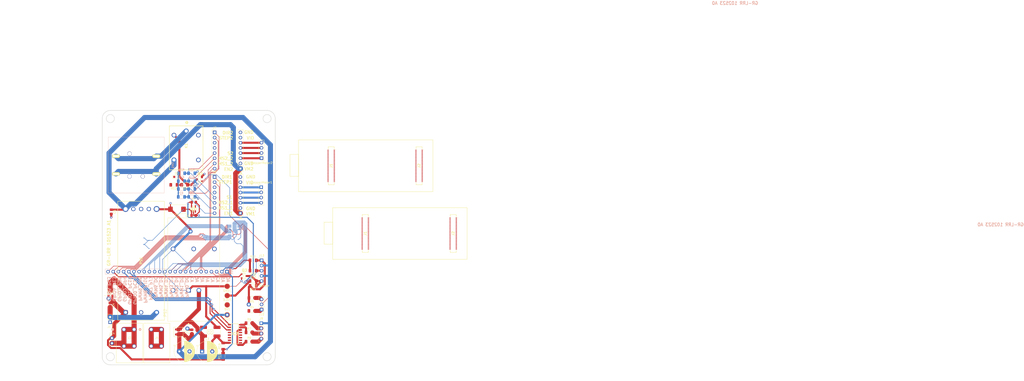
<source format=kicad_pcb>
(kicad_pcb (version 20221018) (generator pcbnew)
  (layers (0 "F.Cu" signal) (31 "B.Cu" signal) (34 "B.Paste" user) (35 "F.Paste" user) (36 "B.SilkS" user "B.Silkscreen") (37 "F.SilkS" user "F.Silkscreen") (38 "B.Mask" user) (39 "F.Mask" user) (44 "Edge.Cuts" user))
  (net 0 "")
  (net 4 "Net-(PS2-VIN)")
  (net 8 "+5V")
  (net 9 "GND")
  (net 11 "+3.3V")
  (net 12 "BATT_VIN")
  (net 13 "BATT_GND")
  (net 14 "+24V")
  (net 15 "Net-(D1-A)")
  (net 125 "46_GPIO0_PC13")
  (net 140 "48_GPIO1_PC15")
  (net 141 "50_GPIO2_PD4")
  (net 142 "52_GPIO3_PD5")
  (net 143 "54_GPIO4_PE3")
  (net 144 "56_GPIO5_PG3")
  (net 145 "58_GPIO6_PG10")
  (net 146 "59_PWM0_D6")
  (net 147 "60_PWM5_D1")
  (net 148 "61_PWM1_D5")
  (net 151 "62_PWM6_D0")
  (net 152 "63_PWM2_D4")
  (net 153 "64_PWM7_PJ7")
  (net 154 "65_PWM3_D3")
  (net 155 "66_PWM8_PJ10")
  (net 156 "67_PWM4_D2")
  (net 161 "SPREAD1")
  (net 162 "MS2_1")
  (net 163 "MS1_1")
  (net 164 "EN1")
  (net 165 "OA2_1")
  (net 166 "OA1_1")
  (net 167 "OB1_1")
  (net 168 "OB2_1")
  (net 169 "OA2_2")
  (net 170 "OA1_2")
  (net 171 "OB1_2")
  (net 172 "OB2_2")
  (net 173 "Net-(D2-A)")
  (net 174 "VM")
  (net 175 "Net-(K1-COM)")
  (net 182 "Net-(IC2-OUT_5)")
  (net 183 "Net-(J10-Pin_1)")
  (net 184 "Net-(J10-Pin_3)")
  (net 185 "Net-(J13-Pin_3)")
  (net 189 "Net-(IC2-OUT_6)")
  (net 190 "Net-(IC2-OUT_7)")
  (net 191 "Net-(J9-Pin_2)")
  (net 192 "Net-(J14-Pin_2)")
  (net 193 "Net-(J13-Pin_5)")
  (net 194 "Net-(J9-Pin_3)")
  (net 195 "Net-(J9-Pin_4)")
  (net 196 "68_PWM9_PH6")
  (net 197 "73_ANALOG_A0")
  (net 198 "74_ANALOG_A4")
  (net 199 "75_ANALOG_A1")
  (net 200 "76_ANALOG_A5")
  (net 201 "77_ANALOG_A2")
  (net 202 "78_ANALOG_A6")
  (net 203 "79_ANALOG_A3")
  (net 204 "80_ANALOG_A7")
  (footprint "Capacitor_Tantalum_SMD:CP_EIA-7343-15_Kemet-W_Pad2.25x2.55mm_HandSolder" (layer "F.Cu") (at 128.4528 76.4794 180)
    (fp_text reference "C2")
    (fp_text value "470uF, 10V")
  )
  (footprint "Connector_PinHeader_2.54mm:PinHeader_1x08_P2.54mm_Vertical" (layer "F.Cu") (at 159.644 56.5 180)
    (fp_text reference "J8")
    (fp_text value "StepperDriver4")
  )
  (footprint "Resistor_SMD:R_1206_3216Metric_Pad1.30x1.75mm_HandSolder" (layer "F.Cu") (at 165.867 111.7092)
    (fp_text reference "R13")
    (fp_text value "R")
  )
  (footprint "Resistor_SMD:R_1206_3216Metric_Pad1.30x1.75mm_HandSolder" (layer "F.Cu") (at 126.9534 64.4752 180)
    (fp_text reference "R12")
    (fp_text value "150ohm, 0.05w, min")
  )
  (footprint "Capacitor_SMD:C_1812_4532Metric_Pad1.57x3.40mm_HandSolder" (layer "F.Cu") (at 148.123 136.6466 90)
    (fp_text reference "CY2")
    (fp_text value "1nF, 2kV")
  )
  (footprint "Connector_PinHeader_2.54mm:PinHeader_1x08_P2.54mm_Vertical" (layer "F.Cu") (at 146.944 38.72)
    (fp_text reference "J7")
    (fp_text value "StepperDriver3")
  )
  (footprint "Resistor_SMD:R_1206_3216Metric_Pad1.30x1.75mm_HandSolder" (layer "F.Cu") (at 163.932999 141.521)
    (fp_text reference "R8")
    (fp_text value "R")
  )
  (footprint "TLV75533PDBVR:SOT95P280X145-5N" (layer "F.Cu") (at 136.5554 76.327 90)
    (fp_text reference "IC1")
    (fp_text value "TLV75533PDBVR" hide)
  )
  (footprint "DF40HC3580DS04V58:DF40HC3580DS04V58" (layer "F.Cu") (at 220.98 88.392 -90)
    (fp_text reference "J1")
    (fp_text value "DF40HC3.5-80DS-0.4V51" hide)
  )
  (footprint "MC1413DR2G:SOIC127P600X175-16N" (layer "F.Cu") (at 156.9516 137.664601)
    (fp_text reference "IC2")
    (fp_text value "MC1413DR2G" hide)
  )
  (footprint "Connector_PinHeader_2.54mm:PinHeader_1x05_P2.54mm_Vertical" (layer "F.Cu") (at 170.0072 101.5746)
    (fp_text reference "J13")
    (fp_text value "UT Sensor")
  )
  (footprint "TestPoint:TestPoint_Pad_D2.5mm" (layer "F.Cu") (at 153.1416 114.344 180)
    (fp_text reference "GND1")
    (fp_text value "TestPoint")
  )
  (footprint "Capacitor_SMD:C_0805_2012Metric_Pad1.18x1.45mm_HandSolder" (layer "F.Cu") (at 136.657 79.502)
    (fp_text reference "C6")
    (fp_text value "1uF, 10V")
  )
  (footprint "XGL4018-472MEC:IND_XGL4018_COC-M" (layer "F.Cu") (at 129.184877 136.7548 90)
    (fp_text reference "L1")
    (fp_text value "4.7uH, 3.1A (4.7UH, 3.3)")
  )
  (footprint "Connector_PinHeader_2.54mm:PinHeader_1x02_P2.54mm_Vertical" (layer "F.Cu") (at 96.525 139.7762)
    (fp_text reference "J14")
    (fp_text value "BATT VIN JUMPER")
  )
  (footprint "Capacitor_THT:CP_Radial_D10.0mm_P5.00mm" (layer "F.Cu") (at 129.6072 146.3048)
    (fp_text reference "C0")
    (fp_text value "330uF, 50V")
  )
  (footprint "BSS806NH6327XTSA1:SOT95P240X110-3N" (layer "F.Cu") (at 161.4474 109.2708)
    (fp_text reference "Q3")
    (fp_text value "BSS806NH6327XTSA1" hide)
  )
  (footprint "Connector_PinHeader_2.54mm:PinHeader_1x03_P2.54mm_Vertical" (layer "F.Cu") (at 170.0072 125.7808 180)
    (fp_text reference "J10")
    (fp_text value "Limit Switch")
  )
  (footprint "Resistor_SMD:R_1206_3216Metric_Pad1.30x1.75mm_HandSolder" (layer "F.Cu") (at 151.135 143.7138 90)
    (fp_text reference "R16")
    (fp_text value "R")
  )
  (footprint "Capacitor_SMD:C_0805_2012Metric_Pad1.18x1.45mm_HandSolder" (layer "F.Cu") (at 95.5852 123.571 -90)
    (fp_text reference "C4")
    (fp_text value "1uF, 50v")
  )
  (footprint "Resistor_SMD:R_1206_3216Metric_Pad1.30x1.75mm_HandSolder" (layer "F.Cu") (at 165.867 106.6546 180)
    (fp_text reference "R10")
    (fp_text value "R")
  )
  (footprint "Capacitor_SMD:C_0805_2012Metric_Pad1.18x1.45mm_HandSolder" (layer "F.Cu") (at 136.7078 73.025)
    (fp_text reference "C7")
    (fp_text value "1uF, 10V")
  )
  (footprint "TestPoint:TestPoint_Pad_D2.5mm" (layer "F.Cu") (at 153.1416 118.894 180)
    (fp_text reference "3.3V1")
    (fp_text value "TestPoint")
  )
  (footprint "DF40HC3580DS04V58:DF40HC3580DS04V58" (layer "F.Cu") (at 204.216 55.118 -90)
    (fp_text reference "J1")
    (fp_text value "DF40HC3.5-80DS-0.4V51" hide)
  )
  (footprint "PYBE20-Q24-S5:CONV_PYBE20-Q24-S5" (layer "F.Cu") (at 136.6824 106.1349 90)
    (fp_text reference "PS2")
    (fp_text value "PYBE20-Q24-S5")
  )
  (footprint "BSS806NH6327XTSA1:SOT95P240X110-3N" (layer "F.Cu") (at 139.4764 61.722 180)
    (fp_text reference "Q2")
    (fp_text value "BSS806NH6327XTSA1" hide)
  )
  (footprint "Connector_PinHeader_2.54mm:PinHeader_1x08_P2.54mm_Vertical" (layer "F.Cu") (at 159.6186 78.4098 180)
    (fp_text reference "J6")
    (fp_text value "StepperDriver2")
  )
  (footprint "Connector_PinHeader_2.54mm:PinHeader_1x04_P2.54mm_Vertical" (layer "F.Cu") (at 169.8802 132.461)
    (fp_text reference "J9")
    (fp_text value "STATE LED")
  )
  (footprint "SSM3J355R_LF:SOT-23F_TOS" (layer "F.Cu") (at 95.7884 117.6528)
    (fp_text reference "Q1")
    (fp_text value "SSM3J355R_LF")
  )
  (footprint "Connector_PinHeader_2.54mm:PinHeader_1x04_P2.54mm_Vertical" (layer "F.Cu") (at 169.9818 51.3692 180)
    (fp_text reference "StepperMotor2")
    (fp_text value "StepperMotor2")
  )
  (footprint "Diode_SMD:D_1206_3216Metric_Pad1.42x1.75mm_HandSolder" (layer "F.Cu") (at 132.2009 64.4652 180)
    (fp_text reference "D2")
    (fp_text value "QTLP650C2TR")
  )
  (footprint "Resistor_SMD:R_1206_3216Metric_Pad1.30x1.75mm_HandSolder" (layer "F.Cu") (at 163.932999 136.976)
    (fp_text reference "R7")
    (fp_text value "R")
  )
  (footprint "Diode_SMD:D_SOD-323_HandSoldering" (layer "F.Cu") (at 128.3712 60.579)
    (fp_text reference "D1")
    (fp_text value "BAT20JFILM")
  )
  (footprint "TestPoint:TestPoint_Pad_D2.5mm" (layer "F.Cu") (at 153.1416 123.444 180)
    (fp_text reference "5V1")
    (fp_text value "TestPoint")
  )
  (footprint "UWE-245-Q12PB-C:UWE245Q12PBC" (layer "F.Cu") (at 103.2052 127.1524 90)
    (fp_text reference "PS1")
    (fp_text value "UWE-24_5-Q12PB-C" hide)
  )
  (footprint "Capacitor_SMD:C_1812_4532Metric_Pad1.57x3.40mm_HandSolder" (layer "F.Cu") (at 141.483 136.6266 -90)
    (fp_text reference "CY1")
    (fp_text value "1nF, 2kV")
  )
  (footprint "Resistor_SMD:R_1206_3216Metric_Pad1.30x1.75mm_HandSolder" (layer "F.Cu") (at 151.135 148.6922 90)
    (fp_text reference "R15")
    (fp_text value "R")
  )
  (footprint "DF40HC3580DS04V58:DF40HC3580DS04V58" (layer "F.Cu") (at 264.16 88.392 -90)
    (fp_text reference "J2")
    (fp_text value "DF40HC3.5-80DS-0.4V51" hide)
  )
  (footprint "Connector_PinHeader_2.54mm:PinHeader_1x04_P2.54mm_Vertical" (layer "F.Cu") (at 169.8548 65.644)
    (fp_text reference "StepperMotor1")
    (fp_text value "StepperMotor1")
  )
  (footprint "Resistor_SMD:R_1206_3216Metric_Pad1.30x1.75mm_HandSolder" (layer "F.Cu") (at 163.932999 132.431)
    (fp_text reference "R6")
    (fp_text value "R")
  )
  (footprint "2604-1102:2604-1102" (layer "F.Cu") (at 102.3924 135.5344)
    (fp_text reference "J3")
    (fp_text value "+BATT")
  )
  (footprint "2604-1102:2604-1102" (layer "F.Cu") (at 115.8074 135.5344)
    (fp_text reference "J4")
    (fp_text value "-BATT")
  )
  (footprint "G5LE-14-DC5:G5LE-14_SPDT" (layer "F.Cu") (at 126.9796 40.0558 -90)
    (fp_text reference "K1")
    (fp_text value "G5LE-14-DC5" hide)
  )
  (footprint "TestPoint:TestPoint_Pad_D2.5mm" (layer "F.Cu") (at 153.1016 128.364 180)
    (fp_text reference "24V1")
    (fp_text value "TestPoint")
  )
  (footprint "Connector_PinHeader_2.54mm:PinHeader_1x08_P2.54mm_Vertical" (layer "F.Cu") (at 146.9186 60.6298)
    (fp_text reference "J5")
    (fp_text value "StepperDriver1")
  )
  (footprint "Capacitor_SMD:C_0805_2012Metric_Pad1.18x1.45mm_HandSolder" (layer "F.Cu") (at 135.784877 136.7148 90)
    (fp_text reference "C1")
    (fp_text value "1uF, 50v")
  )
  (footprint "Connector_PinHeader_2.54mm:PinHeader_1x02_P2.54mm_Vertical" (layer "F.Cu") (at 95.6106 131.958 180)
    (fp_text reference "J17")
    (fp_text value "GND JUMPER")
  )
  (footprint "Capacitor_THT:CP_Radial_D10.0mm_P5.00mm" (layer "F.Cu") (at 140.7972 146.3548)
    (fp_text reference "C3")
    (fp_text value "330uF, 50V")
  )
  (footprint "DF40HC3580DS04V58:DF40HC3580DS04V58" (layer "F.Cu") (at 247.396 55.118 -90)
    (fp_text reference "J2")
    (fp_text value "DF40HC3.5-80DS-0.4V51" hide)
  )
  (footprint "Resistor_SMD:R_1206_3216Metric_Pad1.30x1.75mm_HandSolder" (layer "F.Cu") (at 165.8798 114.105 180)
    (fp_text reference "R14")
    (fp_text value "R")
  )
  (footprint "Resistor_SMD:R_1206_3216Metric_Pad1.30x1.75mm_HandSolder" (layer "F.Cu") (at 165.3372 120.0508 180)
    (fp_text reference "R5")
    (fp_text value "R")
  )
  (footprint "Resistor_SMD:R_1206_3216Metric_Pad1.30x1.75mm_HandSolder" (layer "F.Cu") (at 165.867 101.5746)
    (fp_text reference "R11")
    (fp_text value "R")
  )
  (footprint "Capacitor_SMD:C_0805_2012Metric_Pad1.18x1.45mm_HandSolder" (layer "F.Cu") (at 96.1694 77.724 -90)
    (fp_text reference "C5")
    (fp_text value "1uF, 50v")
  )
  (footprint "Resistor_SMD:R_1206_3216Metric_Pad1.30x1.75mm_HandSolder" (layer "F.Cu") (at 165.3372 126.4208)
    (fp_text reference "R4")
    (fp_text value "10k")
  )
  (footprint "Resistor_SMD:R_1206_3216Metric_Pad1.30x1.75mm_HandSolder" (layer "B.Cu") (at 135.7426 62.6618 180)
    (fp_text reference "R18")
    (fp_text value "R")
  )
  (footprint "Resistor_SMD:R_1206_3216Metric_Pad1.30x1.75mm_HandSolder" (layer "B.Cu") (at 135.7176 66.529866 180)
    (fp_text reference "R3")
    (fp_text value "R")
  )
  (footprint "XA1E-BV302-R:XA1E-BV302-R" (layer "B.Cu") (at 108.3856 54.749 90)
    (fp_text reference "SW1")
    (fp_text value "XA1E-BV302-R")
  )
  (footprint "Resistor_SMD:R_1206_3216Metric_Pad1.30x1.75mm_HandSolder" (layer "B.Cu") (at 135.7476 70.397932 180)
    (fp_text reference "R1")
    (fp_text value "R")
  )
  (footprint "Connector_PinHeader_2.54mm:PinHeader_1x24_P2.54mm_Vertical" (layer "B.Cu") (at 153.0146 107.1372 90)
    (fp_text reference "J11")
    (fp_text value "Conn_01x24_Pin")
  )
  (footprint "Resistor_SMD:R_1206_3216Metric_Pad1.30x1.75mm_HandSolder" (layer "B.Cu") (at 135.6876 58.793734 180)
    (fp_text reference "R20")
    (fp_text value "R")
  )
  (footprint "Resistor_SMD:R_1206_3216Metric_Pad1.30x1.75mm_HandSolder" (layer "B.Cu") (at 130.6376 70.397932 180)
    (fp_text reference "R2")
    (fp_text value "R")
  )
  (footprint "Resistor_SMD:R_1206_3216Metric_Pad1.30x1.75mm_HandSolder" (layer "B.Cu") (at 130.6426 62.6618 180)
    (fp_text reference "R19")
    (fp_text value "R")
  )
  (footprint "Resistor_SMD:R_1206_3216Metric_Pad1.30x1.75mm_HandSolder" (layer "B.Cu") (at 130.6676 66.529866 180)
    (fp_text reference "R17")
    (fp_text value "R")
  )
  (footprint "Resistor_SMD:R_1206_3216Metric_Pad1.30x1.75mm_HandSolder" (layer "B.Cu") (at 130.6976 58.793734 180)
    (fp_text reference "R21")
    (fp_text value "R")
  )
  (gr_rect (start 204.94 75.692) (end 270.98 101.092) (stroke (width 0.2)) (fill none) (layer "F.SilkS"))
  (gr_rect (start 200.74 82.822) (end 204.94 93.612) (stroke (width 0.2)) (fill none) (layer "F.SilkS"))
  (gr_rect (start 254.216 67.818) (end 188.176 42.418) (stroke (width 0.2)) (fill none) (layer "F.SilkS"))
  (gr_rect (start 188.176 60.338) (end 183.976 49.548) (stroke (width 0.2)) (fill none) (layer "F.SilkS"))
  (gr_line (start 172.7194 152.9334) (end 95.7194 152.9334) (stroke (width 0.2)) (layer "Edge.Cuts"))
  (gr_arc (start 95.7194 152.9334) (mid 92.890973 151.761827) (end 91.7194 148.9334) (stroke (width 0.2)) (layer "Edge.Cuts"))
  (gr_arc (start 91.7194 31.9334) (mid 92.890973 29.104973) (end 95.7194 27.9334) (stroke (width 0.2)) (layer "Edge.Cuts"))
  (gr_line (start 176.7194 148.9334) (end 176.7194 31.9334) (stroke (width 0.2)) (layer "Edge.Cuts"))
  (gr_arc (start 176.7194 148.9334) (mid 175.547827 151.761827) (end 172.7194 152.9334) (stroke (width 0.2)) (layer "Edge.Cuts"))
  (gr_circle (center 95.7194 148.9334) (end 95.7194 146.9334) (stroke (width 0.2)) (fill none) (layer "Edge.Cuts"))
  (gr_circle (center 172.7194 148.9334) (end 172.7194 146.9334) (stroke (width 0.2)) (fill none) (layer "Edge.Cuts"))
  (gr_circle (center 91.7194 27.9334) (end 91.7194 27.9234) (stroke (width 0.0001)) (fill solid) (layer "Edge.Cuts"))
  (gr_circle (center 172.7194 31.9334) (end 172.7194 29.9334) (stroke (width 0.2)) (fill none) (layer "Edge.Cuts"))
  (gr_arc (start 172.7194 27.9334) (mid 175.547827 29.104973) (end 176.7194 31.9334) (stroke (width 0.2)) (layer "Edge.Cuts"))
  (gr_line (start 91.7194 148.9334) (end 91.7194 31.9334) (stroke (width 0.2)) (layer "Edge.Cuts"))
  (gr_circle (center 91.7194 152.9334) (end 91.7194 152.9234) (stroke (width 0.0001)) (fill solid) (layer "Edge.Cuts"))
  (gr_line (start 172.7194 27.9334) (end 95.7194 27.9334) (stroke (width 0.2)) (layer "Edge.Cuts"))
  (gr_circle (center 176.7194 27.9334) (end 176.7194 27.9234) (stroke (width 0.0001)) (fill solid) (layer "Edge.Cuts"))
  (gr_circle (center 176.7194 152.9334) (end 176.7194 152.9234) (stroke (width 0.0001)) (fill solid) (layer "Edge.Cuts"))
  (gr_circle (center 95.7194 31.9334) (end 95.7194 29.9334) (stroke (width 0.2)) (fill none) (layer "Edge.Cuts"))
  (gr_text "GR-LRR 102523 A0" (at 414.1438 -23.8518) (layer "B.SilkS") (effects (font (size 1.58 1.5) (thickness 0.3) bold) (justify left bottom mirror)))
  (gr_text "A0\nA1\nA2\nA3\nA4\nA5\nA6\nA7\nPWM0_D6\nPWM1_D5\nPWM2_D4\nPWM3_D3\nPWM4_D2\nPWM5_D1\nPWM6_D0\nPWM7_PJ7\nPWM8_PJ10\nPWM9_PH6\nGPIO0_PC13\nGPIO1_PC15\nGPIO2_DP4\nGPIO3_PD5\nGPIO4_PE3\nGPIO5_PG3" (at 94.1374 109.3978 -90) (layer "B.SilkS") (effects (font (size 1.58 1.5) (thickness 0.3) bold) (justify right bottom mirror)))
  (gr_text "GR-LRR 102523 A0" (at 544.6236 84.9364) (layer "B.SilkS") (effects (font (size 1.58 1.5) (thickness 0.3) bold) (justify left bottom mirror)))
  (gr_text "GR-LRR 101523 A1" (at 95.8596 104.5464 90) (layer "F.SilkS") (effects (font (size 1.5 1.5) (thickness 0.3) bold) (justify left bottom)))
  (gr_text "DIR1" (at 150.246 61.5038) (layer "F.SilkS") (effects (font (size 1.5 1.5) (thickness 0.3) bold) (justify left bottom)))
  (gr_text "MS1_2" (at 148.627001 55.0122) (layer "F.SilkS") (effects (font (size 1.5 1.5) (thickness 0.3) bold) (justify left bottom)))
  (gr_text "STEP1" (at 148.531715 64.0138) (layer "F.SilkS") (effects (font (size 1.5 1.5) (thickness 0.3) bold) (justify left bottom)))
  (gr_text "VIO" (at 162.1786 64.3198) (layer "F.SilkS") (effects (font (size 1.5 1.5) (thickness 0.3) bold) (justify left bottom)))
  (gr_text "DIR2" (at 150.627 39.8122) (layer "F.SilkS") (effects (font (size 1.5 1.5) (thickness 0.3) bold) (justify left bottom)))
  (gr_text "EN1" (at 151.389 79.4108) (layer "F.SilkS") (effects (font (size 1.5 1.5) (thickness 0.3) bold) (justify left bottom)))
  (gr_text "S1" (at 155.851744 71.4932) (layer "F.SilkS") (effects (font (size 1.5 1.5) (thickness 0.3) bold) (justify right bottom)))
  (gr_text "GND" (at 162.1786 77.0198) (layer "F.SilkS") (effects (font (size 1.5 1.5) (thickness 0.3) bold) (justify left bottom)))
  (gr_text "MS2_1" (at 148.603287 74.0608) (layer "F.SilkS") (effects (font (size 1.5 1.5) (thickness 0.3) bold) (justify left bottom)))
  (gr_text "VIO" (at 162.5142 42.3268) (layer "F.SilkS") (effects (font (size 1.5 1.5) (thickness 0.3) bold) (justify left bottom)))
  (gr_text "GND" (at 161.2696 39.5328) (layer "F.SilkS") (effects (font (size 1.5 1.5) (thickness 0.3) bold) (justify left bottom)))
  (gr_text "EN2" (at 151.412714 57.7322) (layer "F.SilkS") (effects (font (size 1.5 1.5) (thickness 0.3) bold) (justify left bottom)))
  (gr_text "S2" (at 153.025714 49.9242) (layer "F.SilkS") (effects (font (size 1.5 1.5) (thickness 0.3) bold) (justify left bottom)))
  (gr_text "GND" (at 162.1786 61.4498) (layer "F.SilkS") (effects (font (size 1.5 1.5) (thickness 0.3) bold) (justify left bottom)))
  (gr_text "STEP2" (at 148.912715 42.3222) (layer "F.SilkS") (effects (font (size 1.5 1.5) (thickness 0.3) bold) (justify left bottom)))
  (gr_text "MS2_2" (at 148.627001 52.3822) (layer "F.SilkS") (effects (font (size 1.5 1.5) (thickness 0.3) bold) (justify left bottom)))
  (gr_text "VM2" (at 161.3712 57.5414) (layer "F.SilkS") (effects (font (size 1.5 1.5) (thickness 0.3) bold) (justify left bottom)))
  (gr_text "MS1_1" (at 148.603287 76.6908) (layer "F.SilkS") (effects (font (size 1.5 1.5) (thickness 0.3) bold) (justify left bottom)))
  (gr_text "VM1" (at 162.1786 79.6298) (layer "F.SilkS") (effects (font (size 1.5 1.5) (thickness 0.3) bold) (justify left bottom)))
  (gr_text "GND" (at 161.2696 54.8904) (layer "F.SilkS") (effects (font (size 1.5 1.5) (thickness 0.3) bold) (justify left bottom)))
  (segment (start 159.758 90.314464) (end 158.699064 91.3734) (width 0.2) (layer "B.Cu") (net 0))
  (segment (start 158.2248 86.1734) (end 158.940693 86.1734) (width 0.2) (layer "B.Cu") (net 0))
  (segment (start 159.4692 86.0632) (end 159.758 86.352) (width 0.2) (layer "B.Cu") (net 0))
  (segment (start 159.050893 86.0632) (end 159.4692 86.0632) (width 0.2) (layer "B.Cu") (net 0))
  (segment (start 158.940693 86.1734) (end 159.050893 86.0632) (width 0.2) (layer "B.Cu") (net 0))
  (segment (start 159.758 86.352) (end 159.758 90.314464) (width 0.2) (layer "B.Cu") (net 0))
  (segment (start 158.2248 91.3734) (end 158.699064 91.3734) (width 0.2) (layer "B.Cu") (net 0))
  (segment (start 139.2224 125.498077) (end 129.184877 135.5356) (width 2) (layer "F.Cu") (net 4))
  (segment (start 140.7972 139.4499) (end 141.483 138.7641) (width 2) (layer "F.Cu") (net 4))
  (segment (start 139.2224 116.2949) (end 139.2224 125.498077) (width 2) (layer "F.Cu") (net 4))
  (segment (start 138.583 135.8641) (end 141.483 138.7641) (width 2) (layer "F.Cu") (net 4))
  (segment (start 138.583 134.7934) (end 138.583 135.8641) (width 2) (layer "F.Cu") (net 4))
  (segment (start 132.767477 131.953) (end 135.7426 131.953) (width 2) (layer "F.Cu") (net 4))
  (segment (start 140.7972 146.3548) (end 140.7972 139.4499) (width 2) (layer "F.Cu") (net 4))
  (segment (start 135.7426 131.953) (end 138.583 134.7934) (width 2) (layer "F.Cu") (net 4))
  (segment (start 129.184877 135.5356) (end 132.767477 131.953) (width 2) (layer "F.Cu") (net 4))
  (segment (start 135.6054 77.577) (end 135.6054 79.4879) (width 0.5) (layer "F.Cu") (net 8))
  (segment (start 134.5078 76.4794) (end 135.6054 77.577) (width 0.5) (layer "F.Cu") (net 8))
  (segment (start 131.6528 76.4794) (end 134.5078 76.4794) (width 0.5) (layer "F.Cu") (net 8))
  (segment (start 153.1416 123.444) (end 153.1416 123.4694) (width 1) (layer "F.Cu") (net 8))
  (segment (start 135.6054 79.4879) (end 135.6195 79.502) (width 0.5) (layer "F.Cu") (net 8))
  (via (at 138.5824 57.8612) (size 1) (drill 0.5) (layers "F.Cu" "B.Cu") (net 8))
  (via (at 138.853011 71.281189) (size 1) (drill 0.5) (layers "F.Cu" "B.Cu") (net 8))
  (via (at 131.6528 76.4794) (size 0.4) (drill 0.2) (layers "F.Cu" "B.Cu") (net 8))
  (via (at 138.4808 64.1096) (size 1) (drill 0.5) (layers "F.Cu" "B.Cu") (net 8))
  (via (at 137.039168 65.094032) (size 1) (drill 0.5) (layers "F.Cu" "B.Cu") (net 8))
  (segment (start 137.649866 58.793734) (end 137.2376 58.793734) (width 0.5) (layer "B.Cu") (net 8))
  (segment (start 137.2976 70.397932) (end 137.969754 70.397932) (width 0.5) (layer "B.Cu") (net 8))
  (segment (start 115.0448 91.7734) (end 113.639064 91.7734) (width 0.2) (layer "B.Cu") (net 8))
  (segment (start 112.439064 90.5734) (end 111.9648 90.5734) (width 0.2) (layer "B.Cu") (net 8))
  (segment (start 114.439064 91.7734) (end 115.0448 91.7734) (width 0.2) (layer "B.Cu") (net 8))
  (segment (start 137.969754 70.397932) (end 138.853011 71.281189) (width 0.5) (layer "B.Cu") (net 8))
  (segment (start 115.0448 95.7734) (end 114.570536 95.7734) (width 0.2) (layer "B.Cu") (net 8))
  (segment (start 138.5824 57.8612) (end 137.649866 58.793734) (width 0.5) (layer "B.Cu") (net 8))
  (segment (start 113.639064 91.7734) (end 112.439064 90.5734) (width 0.2) (layer "B.Cu") (net 8))
  (segment (start 138.4808 64.1096) (end 137.2926 62.9214) (width 0.5) (layer "B.Cu") (net 8))
  (segment (start 115.0448 91.7734) (end 116.3588 91.7734) (width 0.2) (layer "B.Cu") (net 8))
  (segment (start 116.3588 91.7734) (end 131.6528 76.4794) (width 0.2) (layer "B.Cu") (net 8))
  (segment (start 137.039168 65.094032) (end 137.039168 66.301434) (width 0.5) (layer "B.Cu") (net 8))
  (segment (start 137.039168 66.301434) (end 137.2676 66.529866) (width 0.5) (layer "B.Cu") (net 8))
  (segment (start 112.439064 93.7734) (end 114.439064 91.7734) (width 0.2) (layer "B.Cu") (net 8))
  (segment (start 111.9648 93.7734) (end 112.439064 93.7734) (width 0.2) (layer "B.Cu") (net 8))
  (segment (start 137.2926 62.9214) (end 137.2926 62.6618) (width 0.5) (layer "B.Cu") (net 8))
  (segment (start 112.570536 93.7734) (end 111.9648 93.7734) (width 0.2) (layer "B.Cu") (net 8))
  (segment (start 114.570536 95.7734) (end 112.570536 93.7734) (width 0.2) (layer "B.Cu") (net 8))
  (segment (start 153.1416 114.344) (end 157.4614 114.344) (width 0.2) (layer "F.Cu") (net 9))
  (segment (start 96.1694 80.4418) (end 96.1186 80.4926) (width 1) (layer "F.Cu") (net 9))
  (segment (start 165.998 115.7732) (end 164.3298 114.105) (width 1) (layer "F.Cu") (net 9))
  (segment (start 136.657 79.502) (end 137.6945 79.502) (width 0.5) (layer "F.Cu") (net 9))
  (segment (start 145.7972 146.3548) (end 145.7972 141.1099) (width 1) (layer "F.Cu") (net 9))
  (segment (start 163.7872 120.0508) (end 163.7872 123.2124) (width 1) (layer "F.Cu") (net 9))
  (segment (start 125.2528 73.553) (end 125.2982 73.5076) (width 0.5) (layer "F.Cu") (net 9))
  (segment (start 142.7988 129.1849) (end 142.7988 114.344) (width 1) (layer "F.Cu") (net 9))
  (segment (start 151.189199 142.109601) (end 151.135 142.1638) (width 1) (layer "F.Cu") (net 9))
  (segment (start 163.7872 114.6476) (end 164.3298 114.105) (width 1) (layer "F.Cu") (net 9))
  (segment (start 140.7264 60.3146) (end 141.9352 59.1058) (width 1) (layer "F.Cu") (net 9))
  (segment (start 160.1974 111.608) (end 160.147 111.6584) (width 0.5) (layer "F.Cu") (net 9))
  (segment (start 135.1213 87.376) (end 135.1213 86.3479) (width 1) (layer "F.Cu") (net 9))
  (segment (start 153.1416 114.344) (end 142.7988 114.344) (width 1) (layer "F.Cu") (net 9))
  (segment (start 157.4614 114.344) (end 160.147 111.6584) (width 0.2) (layer "F.Cu") (net 9))
  (segment (start 169.2402 115.7732) (end 165.998 115.7732) (width 1) (layer "F.Cu") (net 9))
  (segment (start 140.7264 60.772) (end 140.7264 60.3146) (width 1) (layer "F.Cu") (net 9))
  (segment (start 137.6945 79.502) (end 139.0904 79.502) (width 0.5) (layer "F.Cu") (net 9))
  (segment (start 139.0904 79.502) (end 139.1666 79.5782) (width 0.5) (layer "F.Cu") (net 9))
  (segment (start 137.7453 73.025) (end 139.446 74.7257) (width 0.5) (layer "F.Cu") (net 9))
  (segment (start 115.8074 135.5344) (end 115.8074 143.734399) (width 2.5) (layer "F.Cu") (net 9))
  (segment (start 120.8074 143.734399) (end 115.8074 143.734399) (width 2.5) (layer "F.Cu") (net 9))
  (segment (start 154.2266 142.109601) (end 151.189199 142.109601) (width 1) (layer "F.Cu") (net 9))
  (segment (start 148.123 134.5091) (end 142.7988 129.1849) (width 1) (layer "F.Cu") (net 9))
  (segment (start 94.838399 118.8466) (end 94.838399 120.294299) (width 1) (layer "F.Cu") (net 9))
  (segment (start 163.7872 120.0508) (end 163.7872 114.6476) (width 1) (layer "F.Cu") (net 9))
  (segment (start 156.6037 90.6653) (end 155.9386 90.0002) (width 0.2) (layer "F.Cu") (net 9))
  (segment (start 171.552544 113.460856) (end 169.2402 115.7732) (width 1) (layer "F.Cu") (net 9))
  (segment (start 163.7872 123.2124) (end 163.7334 123.2662) (width 1) (layer "F.Cu") (net 9))
  (segment (start 148.123 139.1518) (end 151.135 142.1638) (width 1) (layer "F.Cu") (net 9))
  (segment (start 154.2983 86.0739) (end 154.1272 86.0739) (width 0.2) (layer "F.Cu") (net 9))
  (segment (start 94.838399 120.294299) (end 94.8893 120.3452) (width 1) (layer "F.Cu") (net 9))
  (segment (start 142.7988 114.344) (end 136.0933 114.344) (width 1) (layer "F.Cu") (net 9))
  (segment (start 118.5722 76.4794) (end 118.4452 76.3524) (width 1) (layer "F.Cu") (net 9))
  (segment (start 115.8074 135.5344) (end 120.8074 135.5344) (width 2.5) (layer "F.Cu") (net 9))
  (segment (start 120.8074 135.5344) (end 120.8074 143.734399) (width 2.5) (layer "F.Cu") (net 9))
  (segment (start 139.446 74.7257) (end 139.446 77.7505) (width 0.5) (layer "F.Cu") (net 9))
  (segment (start 171.552544 103.119944) (end 171.552544 113.460856) (width 1) (layer "F.Cu") (net 9))
  (segment (start 136.5554 77.577) (end 136.5554 78.63545) (width 0.5) (layer "F.Cu") (net 9))
  (segment (start 148.123 138.7841) (end 148.123 139.1518) (width 1) (layer "F.Cu") (net 9))
  (segment (start 155.9386 87.7142) (end 154.2983 86.0739) (width 0.2) (layer "F.Cu") (net 9))
  (segment (start 136.5554 78.63545) (end 136.657 78.73705) (width 0.5) (layer "F.Cu") (net 9))
  (segment (start 136.657 78.73705) (end 136.657 79.502) (width 0.5) (layer "F.Cu") (net 9))
  (segment (start 145.7972 141.1099) (end 148.123 138.7841) (width 1) (layer "F.Cu") (net 9))
  (segment (start 136.0933 114.344) (end 134.1424 116.2949) (width 1) (layer "F.Cu") (net 9))
  (segment (start 125.2528 76.4794) (end 125.2528 73.553) (width 0.5) (layer "F.Cu") (net 9))
  (segment (start 134.1583 135.6773) (end 133.5836 135.1026) (width 1) (layer "F.Cu") (net 9))
  (segment (start 170.0072 101.5746) (end 171.552544 103.119944) (width 1) (layer "F.Cu") (net 9))
  (segment (start 125.2528 76.4794) (end 118.5722 76.4794) (width 1) (layer "F.Cu") (net 9))
  (segment (start 170.0072 101.5746) (end 167.417 101.5746) (width 1) (layer "F.Cu") (net 9))
  (segment (start 135.1213 86.3479) (end 125.2528 76.4794) (width 1) (layer "F.Cu") (net 9))
  (segment (start 96.1694 78.7615) (end 96.1694 80.4418) (width 1) (layer "F.Cu") (net 9))
  (segment (start 160.1974 110.2208) (end 160.1974 111.608) (width 0.5) (layer "F.Cu") (net 9))
  (segment (start 135.784877 135.6773) (end 134.1583 135.6773) (width 1) (layer "F.Cu") (net 9))
  (segment (start 139.446 77.7505) (end 137.6945 79.502) (width 0.5) (layer "F.Cu") (net 9))
  (segment (start 155.9386 90.0002) (end 155.9386 87.7142) (width 0.2) (layer "F.Cu") (net 9))
  (via (at 125.2982 73.5076) (size 1) (drill 0.5) (layers "F.Cu" "B.Cu") (net 9))
  (via (at 154.1272 86.0739) (size 0.4) (drill 0.2) (layers "F.Cu" "B.Cu") (net 9))
  (via (at 141.9352 59.1058) (size 1) (drill 0.5) (layers "F.Cu" "B.Cu") (net 9))
  (via (at 167.417 101.5746) (size 0.4) (drill 0.2) (layers "F.Cu" "B.Cu") (net 9))
  (via (at 163.7334 123.2662) (size 2) (drill 1) (layers "F.Cu" "B.Cu") (net 9))
  (via (at 139.1666 79.5782) (size 1) (drill 0.5) (layers "F.Cu" "B.Cu") (net 9))
  (via (at 156.6037 90.6653) (size 0.4) (drill 0.2) (layers "F.Cu" "B.Cu") (net 9))
  (via (at 133.5836 135.1026) (size 2) (drill 1) (layers "F.Cu" "B.Cu") (net 9))
  (via (at 160.147 111.6584) (size 1) (drill 0.5) (layers "F.Cu" "B.Cu") (net 9))
  (via (at 94.8893 120.3452) (size 2) (drill 1) (layers "F.Cu" "B.Cu") (net 9))
  (via (at 135.1213 87.376) (size 2) (drill 1) (layers "F.Cu" "B.Cu") (net 9))
  (via (at 96.1186 80.4926) (size 1) (drill 0.5) (layers "F.Cu" "B.Cu") (net 9))
  (segment (start 155.8956 91.3734) (end 155.1448 91.3734) (width 0.2) (layer "B.Cu") (net 9))
  (segment (start 135.1213 87.376) (end 126.5224 95.9749) (width 1) (layer "B.Cu") (net 9))
  (segment (start 129.0926 62.6618) (end 129.0926 58.848734) (width 0.5) (layer "B.Cu") (net 9))
  (segment (start 129.0926 62.6618) (end 129.0926 66.504866) (width 0.5) (layer "B.Cu") (net 9))
  (segment (start 157.5748 89.6942) (end 157.5748 88.749136) (width 0.2) (layer "B.Cu") (net 9))
  (segment (start 121.389256 101.108044) (end 121.389256 107.616554) (width 0.2) (layer "B.Cu") (net 9))
  (segment (start 129.0926 66.504866) (end 129.1176 66.529866) (width 0.5) (layer "B.Cu") (net 9))
  (segment (start 129.0876 70.397932) (end 129.0876 68.5498) (width 0.5) (layer "B.Cu") (net 9))
  (segment (start 157.5748 88.749136) (end 157.750536 88.5734) (width 0.2) (layer "B.Cu") (net 9))
  (segment (start 157.750536 88.5734) (end 158.2248 88.5734) (width 0.2) (layer "B.Cu") (net 9))
  (segment (start 129.1176 68.4878) (end 129.1336 68.5038) (width 0.5) (layer "B.Cu") (net 9))
  (segment (start 129.1176 66.529866) (end 129.1176 68.4878) (width 0.5) (layer "B.Cu") (net 9))
  (segment (start 129.0876 68.5498) (end 129.1336 68.5038) (width 0.5) (layer "B.Cu") (net 9))
  (segment (start 121.389256 107.616554) (end 130.067602 116.2949) (width 0.2) (layer "B.Cu") (net 9))
  (segment (start 156.6037 90.6653) (end 157.5748 89.6942) (width 0.2) (layer "B.Cu") (net 9))
  (segment (start 135.2296 87.376) (end 135.1213 87.376) (width 1) (layer "B.Cu") (net 9))
  (segment (start 159.769 93.3734) (end 160.8696 94.474) (width 0.2) (layer "B.Cu") (net 9))
  (segment (start 133.2715 102.724) (end 126.5224 95.9749) (width 0.2) (layer "B.Cu") (net 9))
  (segment (start 156.6037 90.6653) (end 156.6037 92.226564) (width 0.2) (layer "B.Cu") (net 9))
  (segment (start 156.6037 90.6653) (end 155.8956 91.3734) (width 0.2) (layer "B.Cu") (net 9))
  (segment (start 130.067602 116.2949) (end 134.1424 116.2949) (width 0.2) (layer "B.Cu") (net 9))
  (segment (start 156.6037 92.226564) (end 157.750536 93.3734) (width 0.2) (layer "B.Cu") (net 9))
  (segment (start 160.8696 94.474) (end 160.8696 100.667314) (width 0.2) (layer "B.Cu") (net 9))
  (segment (start 154.2267 86.1734) (end 154.1272 86.0739) (width 0.2) (layer "B.Cu") (net 9))
  (segment (start 158.2248 93.3734) (end 159.769 93.3734) (width 0.2) (layer "B.Cu") (net 9))
  (segment (start 158.812914 102.724) (end 133.2715 102.724) (width 0.2) (layer "B.Cu") (net 9))
  (segment (start 160.8696 100.667314) (end 158.812914 102.724) (width 0.2) (layer "B.Cu") (net 9))
  (segment (start 155.1448 86.1734) (end 154.2267 86.1734) (width 0.2) (layer "B.Cu") (net 9))
  (segment (start 126.5224 95.9749) (end 121.389256 101.108044) (width 0.2) (layer "B.Cu") (net 9))
  (segment (start 157.750536 93.3734) (end 158.2248 93.3734) (width 0.2) (layer "B.Cu") (net 9))
  (segment (start 129.0926 58.848734) (end 129.1476 58.793734) (width 0.5) (layer "B.Cu") (net 9))
  (segment (start 161.4296 112.941) (end 162.281771 112.941) (width 0.2) (layer "B.Cu") (net 9))
  (segment (start 162.281771 112.941) (end 167.417 107.805771) (width 0.2) (layer "B.Cu") (net 9))
  (segment (start 167.417 107.805771) (end 167.417 101.5746) (width 0.2) (layer "B.Cu") (net 9))
  (segment (start 160.147 111.6584) (end 161.4296 112.941) (width 0.2) (layer "B.Cu") (net 9))
  (segment (start 162.3822 111.7092) (end 161.9504 112.141) (width 0.5) (layer "F.Cu") (net 11))
  (segment (start 135.6054 73.0899) (end 135.6703 73.025) (width 0.5) (layer "F.Cu") (net 11))
  (segment (start 153.1416 118.894) (end 157.1322 118.894) (width 1) (layer "F.Cu") (net 11))
  (segment (start 157.1322 118.894) (end 164.317 111.7092) (width 1) (layer "F.Cu") (net 11))
  (segment (start 134.5438 73.025) (end 133.858 73.7108) (width 0.5) (layer "F.Cu") (net 11))
  (segment (start 135.6703 73.025) (end 134.5438 73.025) (width 0.5) (layer "F.Cu") (net 11))
  (segment (start 135.6054 75.077) (end 135.6054 73.0899) (width 0.5) (layer "F.Cu") (net 11))
  (segment (start 164.317 111.7092) (end 162.3822 111.7092) (width 0.5) (layer "F.Cu") (net 11))
  (via (at 133.858 73.7108) (size 1) (drill 0.5) (layers "F.Cu" "B.Cu") (net 11))
  (via (at 161.9504 112.141) (size 1) (drill 0.5) (layers "F.Cu" "B.Cu") (net 11))
  (segment (start 165.9636 108.1278) (end 161.9504 112.141) (width 0.5) (layer "B.Cu") (net 11))
  (segment (start 139.560103 80.5282) (end 139.646503 80.4418) (width 0.5) (layer "B.Cu") (net 11))
  (segment (start 165.9636 83.4898) (end 165.9636 108.1278) (width 0.5) (layer "B.Cu") (net 11))
  (segment (start 162.9156 80.4418) (end 165.9636 83.4898) (width 0.5) (layer "B.Cu") (net 11))
  (segment (start 133.858 73.7108) (end 133.8072 73.7616) (width 0.5) (layer "B.Cu") (net 11))
  (segment (start 133.8072 80.0608) (end 134.2746 80.5282) (width 0.5) (layer "B.Cu") (net 11))
  (segment (start 133.8072 73.7616) (end 133.8072 80.0608) (width 0.5) (layer "B.Cu") (net 11))
  (segment (start 139.646503 80.4418) (end 162.9156 80.4418) (width 0.5) (layer "B.Cu") (net 11))
  (segment (start 134.2746 80.5282) (end 139.560103 80.5282) (width 0.5) (layer "B.Cu") (net 11))
  (segment (start 97.6606 138.6406) (end 97.6606 132.697) (width 2) (layer "F.Cu") (net 12))
  (segment (start 151.135 150.2422) (end 106.142485 150.2422) (width 1) (layer "F.Cu") (net 12))
  (segment (start 96.0562 144.653) (end 94.575 143.1718) (width 1) (layer "F.Cu") (net 12))
  (segment (start 95.5852 122.5335) (end 96.738401 121.380299) (width 1) (layer "F.Cu") (net 12))
  (segment (start 94.575 143.1718) (end 94.575 140.8762) (width 1) (layer "F.Cu") (net 12))
  (segment (start 97.3393 122.3365) (end 97.3393 121.981198) (width 2.5) (layer "F.Cu") (net 12))
  (segment (start 94.575 140.8762) (end 95.675 139.7762) (width 1) (layer "F.Cu") (net 12))
  (segment (start 106.142485 150.2422) (end 100.553285 144.653) (width 1) (layer "F.Cu") (net 12))
  (segment (start 97.3393 121.981198) (end 97.028713 121.670611) (width 2.5) (layer "F.Cu") (net 12))
  (segment (start 97.6606 132.697) (end 103.2052 127.1524) (width 2) (layer "F.Cu") (net 12))
  (segment (start 95.675 139.7762) (end 96.525 139.7762) (width 1) (layer "F.Cu") (net 12))
  (segment (start 102.1552 127.1524) (end 97.3393 122.3365) (width 2.5) (layer "F.Cu") (net 12))
  (segment (start 100.553285 144.653) (end 96.0562 144.653) (width 1) (layer "F.Cu") (net 12))
  (segment (start 96.738401 121.380299) (end 96.738401 118.8466) (width 1) (layer "F.Cu") (net 12))
  (segment (start 103.2052 127.1524) (end 102.1552 127.1524) (width 2.5) (layer "F.Cu") (net 12))
  (segment (start 96.525 139.7762) (end 97.6606 138.6406) (width 2) (layer "F.Cu") (net 12))
  (segment (start 95.6106 129.418) (end 95.6106 124.6339) (width 2.5) (layer "F.Cu") (net 13))
  (segment (start 95.6106 129.418) (end 95.845 129.6524) (width 2.5) (layer "B.Cu") (net 13))
  (segment (start 115.9452 129.6524) (end 118.4452 127.1524) (width 2.5) (layer "B.Cu") (net 13))
  (segment (start 95.845 129.6524) (end 115.9452 129.6524) (width 2.5) (layer "B.Cu") (net 13))
  (segment (start 129.6072 138.396323) (end 129.184877 137.974) (width 2) (layer "F.Cu") (net 14))
  (segment (start 129.406577 137.7523) (end 129.184877 137.974) (width 2) (layer "F.Cu") (net 14))
  (segment (start 96.1694 76.6865) (end 102.8711 76.6865) (width 1) (layer "F.Cu") (net 14))
  (segment (start 134.1424 140.2588) (end 131.6359 137.7523) (width 2) (layer "F.Cu") (net 14))
  (segment (start 134.1424 140.2588) (end 135.784877 138.616323) (width 2) (layer "F.Cu") (net 14))
  (segment (start 102.8711 76.6865) (end 103.2052 76.3524) (width 1) (layer "F.Cu") (net 14))
  (segment (start 129.6072 146.3048) (end 129.6072 138.396323) (width 2) (layer "F.Cu") (net 14))
  (segment (start 135.784877 138.616323) (end 135.784877 137.7523) (width 2) (layer "F.Cu") (net 14))
  (segment (start 131.6359 137.7523) (end 129.406577 137.7523) (width 2) (layer "F.Cu") (net 14))
  (via (at 153.1016 128.364) (size 2) (drill 1) (layers "F.Cu" "B.Cu") (net 14))
  (segment (start 107.880927 73.8524) (end 105.7052 73.8524) (width 2.5) (layer "B.Cu") (net 14))
  (segment (start 147.548 128.364) (end 129.6072 146.3048) (width 1) (layer "B.Cu") (net 14))
  (segment (start 174.3202 132.461) (end 174.371 132.4102) (width 1) (layer "B.Cu") (net 14))
  (segment (start 174.371 44.887356) (end 174.371 103.6574) (width 2.5) (layer "B.Cu") (net 14))
  (segment (start 153.1016 128.364) (end 147.548 128.364) (width 1) (layer "B.Cu") (net 14))
  (segment (start 174.371 132.4102) (end 174.371 141.4018) (width 2.5) (layer "B.Cu") (net 14))
  (segment (start 170.0072 109.1946) (end 174.1424 109.1946) (width 1) (layer "B.Cu") (net 14))
  (segment (start 170.0072 104.1146) (end 173.9138 104.1146) (width 1) (layer "B.Cu") (net 14))
  (segment (start 174.371 141.4018) (end 166.8526 148.9202) (width 2.5) (layer "B.Cu") (net 14))
  (segment (start 132.2226 148.9202) (end 129.6072 146.3048) (width 2.5) (layer "B.Cu") (net 14))
  (segment (start 160.878044 31.3944) (end 174.371 44.887356) (width 2.5) (layer "B.Cu") (net 14))
  (segment (start 174.371 108.966) (end 174.371 132.4102) (width 2.5) (layer "B.Cu") (net 14))
  (segment (start 112.5474 31.3944) (end 160.878044 31.3944) (width 2.5) (layer "B.Cu") (net 14))
  (segment (start 174.371 103.6574) (end 174.371 108.966) (width 2.5) (layer "B.Cu") (net 14))
  (segment (start 173.9138 104.1146) (end 174.371 103.6574) (width 1) (layer "B.Cu") (net 14))
  (segment (start 95.086847 48.854953) (end 112.5474 31.3944) (width 2.5) (layer "B.Cu") (net 14))
  (segment (start 126.9796 54.753727) (end 107.880927 73.8524) (width 2.5) (layer "B.Cu") (net 14))
  (segment (start 105.7052 73.8524) (end 103.2052 76.3524) (width 2.5) (layer "B.Cu") (net 14))
  (segment (start 126.9796 52.2558) (end 126.9796 54.753727) (width 2.5) (layer "B.Cu") (net 14))
  (segment (start 169.8802 132.461) (end 174.3202 132.461) (width 1) (layer "B.Cu") (net 14))
  (segment (start 103.2052 76.3524) (end 95.086847 68.234047) (width 2.5) (layer "B.Cu") (net 14))
  (segment (start 95.086847 68.234047) (end 95.086847 48.854953) (width 2.5) (layer "B.Cu") (net 14))
  (segment (start 174.1424 109.1946) (end 174.371 108.966) (width 1) (layer "B.Cu") (net 14))
  (segment (start 166.8526 148.9202) (end 132.2226 148.9202) (width 2.5) (layer "B.Cu") (net 14))
  (segment (start 129.6212 60.579) (end 129.8022 60.579) (width 1) (layer "F.Cu") (net 15))
  (segment (start 129.6212 42.6974) (end 129.6212 60.579) (width 1) (layer "F.Cu") (net 15))
  (segment (start 129.8022 60.579) (end 133.6884 64.4652) (width 1) (layer "F.Cu") (net 15))
  (segment (start 133.6884 64.4652) (end 135.4832 64.4652) (width 1) (layer "F.Cu") (net 15))
  (segment (start 126.9796 40.0558) (end 129.6212 42.6974) (width 1) (layer "F.Cu") (net 15))
  (segment (start 135.4832 64.4652) (end 138.2264 61.722) (width 1) (layer "F.Cu") (net 15))
  (segment (start 142.4736 91.567) (end 142.4482 91.5416) (width 0.2) (layer "F.Cu") (net 125))
  (segment (start 152.803001 135.759601) (end 154.2266 135.759601) (width 0.5) (layer "F.Cu") (net 125))
  (segment (start 144.743298 121.093102) (end 144.743298 127.699898) (width 0.5) (layer "F.Cu") (net 125))
  (segment (start 144.8308 121.0056) (end 144.743298 121.093102) (width 0.5) (layer "F.Cu") (net 125))
  (segment (start 123.2458 91.5416) (end 107.6502 107.1372) (width 0.2) (layer "F.Cu") (net 125))
  (segment (start 144.743298 127.699898) (end 152.803001 135.759601) (width 0.5) (layer "F.Cu") (net 125))
  (segment (start 107.6502 107.1372) (end 107.2946 107.1372) (width 0.2) (layer "F.Cu") (net 125))
  (segment (start 142.4482 91.5416) (end 123.2458 91.5416) (width 0.2) (layer "F.Cu") (net 125))
  (via (at 144.8308 121.0056) (size 1) (drill 0.5) (layers "F.Cu" "B.Cu") (net 125))
  (via (at 142.4736 91.567) (size 0.4) (drill 0.2) (layers "F.Cu" "B.Cu") (net 125))
  (segment (start 144.8308 121.0056) (end 143.7356 119.9104) (width 0.5) (layer "B.Cu") (net 125))
  (segment (start 107.2946 108.68725) (end 107.2946 107.1372) (width 0.5) (layer "B.Cu") (net 125))
  (segment (start 154.670536 90.9734) (end 155.1448 90.9734) (width 0.2) (layer "B.Cu") (net 125))
  (segment (start 143.7356 119.9104) (end 118.51775 119.9104) (width 0.5) (layer "B.Cu") (net 125))
  (segment (start 154.076936 91.567) (end 154.670536 90.9734) (width 0.2) (layer "B.Cu") (net 125))
  (segment (start 142.4736 91.567) (end 154.076936 91.567) (width 0.2) (layer "B.Cu") (net 125))
  (segment (start 118.51775 119.9104) (end 107.2946 108.68725) (width 0.5) (layer "B.Cu") (net 125))
  (segment (start 145.6848 125.234297) (end 145.6848 126.722801) (width 0.5) (layer "F.Cu") (net 140))
  (segment (start 108.234514 105.9872) (end 105.9046 105.9872) (width 0.2) (layer "F.Cu") (net 140))
  (segment (start 153.4516 134.489601) (end 154.2266 134.489601) (width 0.5) (layer "F.Cu") (net 140))
  (segment (start 145.693298 123.343502) (end 145.693298 125.225799) (width 0.5) (layer "F.Cu") (net 140))
  (segment (start 141.8725 91.059) (end 123.162714 91.059) (width 0.2) (layer "F.Cu") (net 140))
  (segment (start 145.693298 125.225799) (end 145.6848 125.234297) (width 0.5) (layer "F.Cu") (net 140))
  (segment (start 141.8894 91.0421) (end 141.8725 91.059) (width 0.2) (layer "F.Cu") (net 140))
  (segment (start 123.162714 91.059) (end 108.234514 105.9872) (width 0.2) (layer "F.Cu") (net 140))
  (segment (start 105.9046 105.9872) (end 104.7546 107.1372) (width 0.2) (layer "F.Cu") (net 140))
  (segment (start 145.6848 126.722801) (end 153.4516 134.489601) (width 0.5) (layer "F.Cu") (net 140))
  (via (at 141.8894 91.0421) (size 0.4) (drill 0.2) (layers "F.Cu" "B.Cu") (net 140))
  (via (at 145.693298 123.343502) (size 1) (drill 0.5) (layers "F.Cu" "B.Cu") (net 140))
  (segment (start 141.8894 91.0421) (end 142.655807 91.0421) (width 0.2) (layer "B.Cu") (net 140))
  (segment (start 142.960196 120.6104) (end 118.2278 120.6104) (width 0.5) (layer "B.Cu") (net 140))
  (segment (start 142.655807 91.0421) (end 142.780707 91.167) (width 0.2) (layer "B.Cu") (net 140))
  (segment (start 145.693298 123.343502) (end 142.960196 120.6104) (width 0.5) (layer "B.Cu") (net 140))
  (segment (start 118.2278 120.6104) (end 104.7546 107.1372) (width 0.5) (layer "B.Cu") (net 140))
  (segment (start 153.91125 91.167) (end 154.504851 90.5734) (width 0.2) (layer "B.Cu") (net 140))
  (segment (start 154.504851 90.5734) (end 155.1448 90.5734) (width 0.2) (layer "B.Cu") (net 140))
  (segment (start 142.780707 91.167) (end 153.91125 91.167) (width 0.2) (layer "B.Cu") (net 140))
  (segment (start 146.6348 125.6278) (end 146.6348 125.627801) (width 0.5) (layer "F.Cu") (net 141))
  (segment (start 141.356 90.5595) (end 141.2565 90.659) (width 0.2) (layer "F.Cu") (net 141))
  (segment (start 103.7646 105.5872) (end 102.2146 107.1372) (width 0.2) (layer "F.Cu") (net 141))
  (segment (start 141.2565 90.659) (end 122.997028 90.659) (width 0.2) (layer "F.Cu") (net 141))
  (segment (start 146.6348 125.627801) (end 154.2266 133.219601) (width 0.5) (layer "F.Cu") (net 141))
  (segment (start 122.997028 90.659) (end 108.068828 105.5872) (width 0.2) (layer "F.Cu") (net 141))
  (segment (start 108.068828 105.5872) (end 103.7646 105.5872) (width 0.2) (layer "F.Cu") (net 141))
  (via (at 146.6348 125.6278) (size 1) (drill 0.5) (layers "F.Cu" "B.Cu") (net 141))
  (via (at 141.356 90.5595) (size 0.4) (drill 0.2) (layers "F.Cu" "B.Cu") (net 141))
  (segment (start 102.2146 107.3708) (end 102.2146 107.1372) (width 0.5) (layer "B.Cu") (net 141))
  (segment (start 105.3338 110.49) (end 102.2146 107.3708) (width 0.5) (layer "B.Cu") (net 141))
  (segment (start 107.1118 110.49) (end 105.3338 110.49) (width 0.5) (layer "B.Cu") (net 141))
  (segment (start 154.339166 90.1734) (end 155.1448 90.1734) (width 0.2) (layer "B.Cu") (net 141))
  (segment (start 142.3174 121.3104) (end 117.9322 121.3104) (width 0.5) (layer "B.Cu") (net 141))
  (segment (start 141.356 90.5595) (end 141.3734 90.5421) (width 0.2) (layer "B.Cu") (net 141))
  (segment (start 142.721493 90.5421) (end 142.946393 90.767) (width 0.2) (layer "B.Cu") (net 141))
  (segment (start 146.6348 125.6278) (end 142.3174 121.3104) (width 0.5) (layer "B.Cu") (net 141))
  (segment (start 142.946393 90.767) (end 153.745566 90.767) (width 0.2) (layer "B.Cu") (net 141))
  (segment (start 153.745566 90.767) (end 154.339166 90.1734) (width 0.2) (layer "B.Cu") (net 141))
  (segment (start 141.3734 90.5421) (end 142.721493 90.5421) (width 0.2) (layer "B.Cu") (net 141))
  (segment (start 117.9322 121.3104) (end 107.1118 110.49) (width 0.5) (layer "B.Cu") (net 141))
  (segment (start 107.903142 105.1872) (end 101.6246 105.1872) (width 0.2) (layer "F.Cu") (net 142))
  (segment (start 174.2694 118.9786) (end 174.2694 97.108092) (width 0.2) (layer "F.Cu") (net 142))
  (segment (start 159.884075 87.994525) (end 159.0294 88.8492) (width 0.2) (layer "F.Cu") (net 142))
  (segment (start 174.2694 97.108092) (end 160.905108 83.7438) (width 0.2) (layer "F.Cu") (net 142))
  (segment (start 159.0294 88.8492) (end 156.4386 88.8492) (width 0.2) (layer "F.Cu") (net 142))
  (segment (start 159.884075 84.407865) (end 159.884075 87.994525) (width 0.2) (layer "F.Cu") (net 142))
  (segment (start 141.0004 89.4749) (end 140.2163 90.259) (width 0.2) (layer "F.Cu") (net 142))
  (segment (start 160.54814 83.7438) (end 159.884075 84.407865) (width 0.2) (layer "F.Cu") (net 142))
  (segment (start 160.905108 83.7438) (end 160.54814 83.7438) (width 0.2) (layer "F.Cu") (net 142))
  (segment (start 170.0072 123.2408) (end 174.2694 118.9786) (width 0.2) (layer "F.Cu") (net 142))
  (segment (start 140.2163 90.259) (end 122.831342 90.259) (width 0.2) (layer "F.Cu") (net 142))
  (segment (start 101.6246 105.1872) (end 99.6746 107.1372) (width 0.2) (layer "F.Cu") (net 142))
  (segment (start 122.831342 90.259) (end 107.903142 105.1872) (width 0.2) (layer "F.Cu") (net 142))
  (via (at 156.4386 88.8492) (size 0.4) (drill 0.2) (layers "F.Cu" "B.Cu") (net 142))
  (via (at 141.0004 89.4749) (size 0.4) (drill 0.2) (layers "F.Cu" "B.Cu") (net 142))
  (segment (start 141.6676 90.1421) (end 142.887178 90.1421) (width 0.2) (layer "B.Cu") (net 142))
  (segment (start 142.887178 90.1421) (end 143.112079 90.367) (width 0.2) (layer "B.Cu") (net 142))
  (segment (start 153.57988 90.367) (end 154.173481 89.7734) (width 0.2) (layer "B.Cu") (net 142))
  (segment (start 156.4386 88.953864) (end 155.619064 89.7734) (width 0.2) (layer "B.Cu") (net 142))
  (segment (start 155.619064 89.7734) (end 155.1448 89.7734) (width 0.2) (layer "B.Cu") (net 142))
  (segment (start 154.173481 89.7734) (end 155.1448 89.7734) (width 0.2) (layer "B.Cu") (net 142))
  (segment (start 156.4386 88.8492) (end 156.4386 88.953864) (width 0.2) (layer "B.Cu") (net 142))
  (segment (start 143.112079 90.367) (end 153.57988 90.367) (width 0.2) (layer "B.Cu") (net 142))
  (segment (start 141.0004 89.4749) (end 141.6676 90.1421) (width 0.2) (layer "B.Cu") (net 142))
  (segment (start 99.4846 104.7872) (end 97.1346 107.1372) (width 0.2) (layer "F.Cu") (net 143))
  (segment (start 139.1516 89.859) (end 122.665656 89.859) (width 0.2) (layer "F.Cu") (net 143))
  (segment (start 160.1974 108.3208) (end 158.881 109.6372) (width 0.5) (layer "F.Cu") (net 143))
  (segment (start 122.665656 89.859) (end 107.737456 104.7872) (width 0.2) (layer "F.Cu") (net 143))
  (segment (start 107.737456 104.7872) (end 99.4846 104.7872) (width 0.2) (layer "F.Cu") (net 143))
  (segment (start 158.881 109.6372) (end 99.6346 109.6372) (width 0.5) (layer "F.Cu") (net 143))
  (segment (start 99.6346 109.6372) (end 97.1346 107.1372) (width 0.5) (layer "F.Cu") (net 143))
  (segment (start 140.0352 88.9754) (end 139.1516 89.859) (width 0.2) (layer "F.Cu") (net 143))
  (via (at 140.0352 88.9754) (size 0.4) (drill 0.2) (layers "F.Cu" "B.Cu") (net 143))
  (segment (start 143.277763 89.967) (end 153.414195 89.967) (width 0.2) (layer "B.Cu") (net 143))
  (segment (start 143.052863 89.7421) (end 143.277763 89.967) (width 0.2) (layer "B.Cu") (net 143))
  (segment (start 141.974707 89.7421) (end 143.052863 89.7421) (width 0.2) (layer "B.Cu") (net 143))
  (segment (start 154.007796 89.3734) (end 155.1448 89.3734) (width 0.2) (layer "B.Cu") (net 143))
  (segment (start 153.414195 89.967) (end 154.007796 89.3734) (width 0.2) (layer "B.Cu") (net 143))
  (segment (start 141.208007 88.9754) (end 141.974707 89.7421) (width 0.2) (layer "B.Cu") (net 143))
  (segment (start 140.0352 88.9754) (end 141.208007 88.9754) (width 0.2) (layer "B.Cu") (net 143))
  (segment (start 142.149803 89.210796) (end 142.149396 89.210796) (width 0.2) (layer "F.Cu") (net 144))
  (segment (start 122.49997 89.459) (end 107.57177 104.3872) (width 0.2) (layer "F.Cu") (net 144))
  (segment (start 142.149396 89.210796) (end 141.414 88.4754) (width 0.2) (layer "F.Cu") (net 144))
  (segment (start 141.414 88.4754) (end 139.828093 88.4754) (width 0.2) (layer "F.Cu") (net 144))
  (segment (start 139.828093 88.4754) (end 138.844493 89.459) (width 0.2) (layer "F.Cu") (net 144))
  (segment (start 138.844493 89.459) (end 122.49997 89.459) (width 0.2) (layer "F.Cu") (net 144))
  (segment (start 107.57177 104.3872) (end 97.3446 104.3872) (width 0.2) (layer "F.Cu") (net 144))
  (segment (start 97.3446 104.3872) (end 94.5946 107.1372) (width 0.2) (layer "F.Cu") (net 144))
  (via (at 142.149803 89.210796) (size 0.4) (drill 0.2) (layers "F.Cu" "B.Cu") (net 144))
  (segment (start 153.842111 88.9734) (end 155.1448 88.9734) (width 0.2) (layer "B.Cu") (net 144))
  (segment (start 153.24851 89.567) (end 153.842111 88.9734) (width 0.2) (layer "B.Cu") (net 144))
  (segment (start 143.443448 89.567) (end 153.24851 89.567) (width 0.2) (layer "B.Cu") (net 144))
  (segment (start 142.149803 89.210796) (end 142.281107 89.3421) (width 0.2) (layer "B.Cu") (net 144))
  (segment (start 142.281107 89.3421) (end 143.218548 89.3421) (width 0.2) (layer "B.Cu") (net 144))
  (segment (start 143.218548 89.3421) (end 143.443448 89.567) (width 0.2) (layer "B.Cu") (net 144))
  (segment (start 132.6946 105.839657) (end 132.6946 107.1372) (width 0.2) (layer "F.Cu") (net 146))
  (segment (start 149.5856 88.948657) (end 132.6946 105.839657) (width 0.2) (layer "F.Cu") (net 146))
  (segment (start 146.9186 60.6298) (end 149.5856 63.2968) (width 0.2) (layer "F.Cu") (net 146))
  (segment (start 149.5856 63.2968) (end 149.5856 88.948657) (width 0.2) (layer "F.Cu") (net 146))
  (segment (start 135.1078 104.724) (end 159.6646 104.724) (width 0.2) (layer "B.Cu") (net 146))
  (segment (start 162.8696 83.341944) (end 161.701055 82.1734) (width 0.2) (layer "B.Cu") (net 146))
  (segment (start 155.9294 87.015008) (end 157.087793 88.1734) (width 0.2) (layer "B.Cu") (net 146))
  (segment (start 132.6946 107.1372) (end 135.1078 104.724) (width 0.2) (layer "B.Cu") (net 146))
  (segment (start 155.9294 83.239859) (end 155.9294 87.015008) (width 0.2) (layer "B.Cu") (net 146))
  (segment (start 157.087793 88.1734) (end 158.2248 88.1734) (width 0.2) (layer "B.Cu") (net 146))
  (segment (start 162.8696 101.519) (end 162.8696 83.341944) (width 0.2) (layer "B.Cu") (net 146))
  (segment (start 159.6646 104.724) (end 162.8696 101.519) (width 0.2) (layer "B.Cu") (net 146))
  (segment (start 156.995856 82.173401) (end 155.9294 83.239859) (width 0.2) (layer "B.Cu") (net 146))
  (segment (start 161.701055 82.1734) (end 156.995856 82.173401) (width 0.2) (layer "B.Cu") (net 146))
  (segment (start 155.1448 88.1734) (end 152.449049 88.1734) (width 0.2) (layer "B.Cu") (net 147))
  (segment (start 149.873449 85.5978) (end 134.207172 85.5978) (width 0.2) (layer "B.Cu") (net 147))
  (segment (start 152.449049 88.1734) (end 149.873449 85.5978) (width 0.2) (layer "B.Cu") (net 147))
  (segment (start 119.9946 99.810372) (end 119.9946 107.1372) (width 0.2) (layer "B.Cu") (net 147))
  (segment (start 134.207172 85.5978) (end 119.9946 99.810372) (width 0.2) (layer "B.Cu") (net 147))
  (segment (start 149.1856 88.782971) (end 130.831371 107.1372) (width 0.2) (layer "F.Cu") (net 148))
  (segment (start 146.9186 63.1698) (end 149.1856 65.4368) (width 0.2) (layer "F.Cu") (net 148))
  (segment (start 130.831371 107.1372) (end 130.1546 107.1372) (width 0.2) (layer "F.Cu") (net 148))
  (segment (start 149.1856 65.4368) (end 149.1856 88.782971) (width 0.2) (layer "F.Cu") (net 148))
  (segment (start 156.3294 83.405544) (end 156.3294 86.849322) (width 0.2) (layer "B.Cu") (net 148))
  (segment (start 161.53537 82.5734) (end 157.161542 82.573401) (width 0.2) (layer "B.Cu") (net 148))
  (segment (start 159.498914 104.324) (end 162.4696 101.353314) (width 0.2) (layer "B.Cu") (net 148))
  (segment (start 130.1546 107.1372) (end 132.9678 104.324) (width 0.2) (layer "B.Cu") (net 148))
  (segment (start 157.253479 87.7734) (end 158.2248 87.7734) (width 0.2) (layer "B.Cu") (net 148))
  (segment (start 162.4696 83.507629) (end 161.53537 82.5734) (width 0.2) (layer "B.Cu") (net 148))
  (segment (start 156.3294 86.849322) (end 157.253479 87.7734) (width 0.2) (layer "B.Cu") (net 148))
  (segment (start 157.161542 82.573401) (end 156.3294 83.405544) (width 0.2) (layer "B.Cu") (net 148))
  (segment (start 132.9678 104.324) (end 159.498914 104.324) (width 0.2) (layer "B.Cu") (net 148))
  (segment (start 162.4696 101.353314) (end 162.4696 83.507629) (width 0.2) (layer "B.Cu") (net 148))
  (segment (start 152.614735 87.7734) (end 150.039135 85.1978) (width 0.2) (layer "B.Cu") (net 151))
  (segment (start 155.1448 87.7734) (end 152.614735 87.7734) (width 0.2) (layer "B.Cu") (net 151))
  (segment (start 150.039135 85.1978) (end 134.041486 85.1978) (width 0.2) (layer "B.Cu") (net 151))
  (segment (start 134.041486 85.1978) (end 117.4546 101.784686) (width 0.2) (layer "B.Cu") (net 151))
  (segment (start 117.4546 101.784686) (end 117.4546 107.1372) (width 0.2) (layer "B.Cu") (net 151))
  (segment (start 131.196 103.5558) (end 133.847085 103.5558) (width 0.2) (layer "F.Cu") (net 152))
  (segment (start 145.337401 58.5914) (end 147.109686 58.5914) (width 0.2) (layer "F.Cu") (net 152))
  (segment (start 127.6146 107.1372) (end 131.196 103.5558) (width 0.2) (layer "F.Cu") (net 152))
  (segment (start 149.103 40.879) (end 146.944 38.72) (width 0.2) (layer "F.Cu") (net 152))
  (segment (start 145.0136 58.915201) (end 145.337401 58.5914) (width 0.2) (layer "F.Cu") (net 152))
  (segment (start 147.109686 58.5914) (end 149.103 56.598086) (width 0.2) (layer "F.Cu") (net 152))
  (segment (start 133.847085 103.5558) (end 145.0136 92.389285) (width 0.2) (layer "F.Cu") (net 152))
  (segment (start 149.103 56.598086) (end 149.103 40.879) (width 0.2) (layer "F.Cu") (net 152))
  (segment (start 145.0136 92.389285) (end 145.0136 58.915201) (width 0.2) (layer "F.Cu") (net 152))
  (segment (start 162.0696 83.673314) (end 161.369685 82.9734) (width 0.2) (layer "B.Cu") (net 152))
  (segment (start 130.8278 103.924) (end 159.333228 103.924) (width 0.2) (layer "B.Cu") (net 152))
  (segment (start 127.6146 107.1372) (end 130.8278 103.924) (width 0.2) (layer "B.Cu") (net 152))
  (segment (start 161.369685 82.9734) (end 157.327228 82.9734) (width 0.2) (layer "B.Cu") (net 152))
  (segment (start 162.0696 101.187628) (end 162.0696 83.673314) (width 0.2) (layer "B.Cu") (net 152))
  (segment (start 156.7294 86.683636) (end 157.419164 87.3734) (width 0.2) (layer "B.Cu") (net 152))
  (segment (start 157.419164 87.3734) (end 158.2248 87.3734) (width 0.2) (layer "B.Cu") (net 152))
  (segment (start 157.327228 82.9734) (end 156.7294 83.571229) (width 0.2) (layer "B.Cu") (net 152))
  (segment (start 156.7294 83.571229) (end 156.7294 86.683636) (width 0.2) (layer "B.Cu") (net 152))
  (segment (start 159.333228 103.924) (end 162.0696 101.187628) (width 0.2) (layer "B.Cu") (net 152))
  (segment (start 155.1448 87.3734) (end 152.780421 87.3734) (width 0.2) (layer "B.Cu") (net 153))
  (segment (start 133.8758 84.7978) (end 114.9146 103.759) (width 0.2) (layer "B.Cu") (net 153))
  (segment (start 152.780421 87.3734) (end 150.204821 84.7978) (width 0.2) (layer "B.Cu") (net 153))
  (segment (start 114.9146 103.759) (end 114.9146 107.1372) (width 0.2) (layer "B.Cu") (net 153))
  (segment (start 150.204821 84.7978) (end 133.8758 84.7978) (width 0.2) (layer "B.Cu") (net 153))
  (segment (start 144.6136 92.223599) (end 133.681399 103.1558) (width 0.2) (layer "F.Cu") (net 154))
  (segment (start 144.6136 58.749515) (end 144.6136 92.223599) (width 0.2) (layer "F.Cu") (net 154))
  (segment (start 148.703 56.4324) (end 146.944 58.1914) (width 0.2) (layer "F.Cu") (net 154))
  (segment (start 146.944 41.26) (end 148.703 43.019) (width 0.2) (layer "F.Cu") (net 154))
  (segment (start 133.681399 103.1558) (end 129.056 103.1558) (width 0.2) (layer "F.Cu") (net 154))
  (segment (start 129.056 103.1558) (end 125.0746 107.1372) (width 0.2) (layer "F.Cu") (net 154))
  (segment (start 146.944 58.1914) (end 145.171715 58.1914) (width 0.2) (layer "F.Cu") (net 154))
  (segment (start 145.171715 58.1914) (end 144.6136 58.749515) (width 0.2) (layer "F.Cu") (net 154))
  (segment (start 148.703 43.019) (end 148.703 56.4324) (width 0.2) (layer "F.Cu") (net 154))
  (segment (start 157.492914 83.3734) (end 157.1294 83.736914) (width 0.2) (layer "B.Cu") (net 154))
  (segment (start 157.1294 86.51795) (end 157.58485 86.9734) (width 0.2) (layer "B.Cu") (net 154))
  (segment (start 161.204 83.3734) (end 157.492914 83.3734) (width 0.2) (layer "B.Cu") (net 154))
  (segment (start 161.6696 101.021942) (end 161.6696 83.839) (width 0.2) (layer "B.Cu") (net 154))
  (segment (start 157.1294 83.736914) (end 157.1294 86.51795) (width 0.2) (layer "B.Cu") (net 154))
  (segment (start 128.6878 103.524) (end 159.167542 103.524) (width 0.2) (layer "B.Cu") (net 154))
  (segment (start 157.58485 86.9734) (end 158.2248 86.9734) (width 0.2) (layer "B.Cu") (net 154))
  (segment (start 125.0746 107.1372) (end 128.6878 103.524) (width 0.2) (layer "B.Cu") (net 154))
  (segment (start 161.6696 83.839) (end 161.204 83.3734) (width 0.2) (layer "B.Cu") (net 154))
  (segment (start 159.167542 103.524) (end 161.6696 101.021942) (width 0.2) (layer "B.Cu") (net 154))
  (segment (start 112.3746 105.733314) (end 112.3746 107.1372) (width 0.2) (layer "B.Cu") (net 155))
  (segment (start 133.710114 84.3978) (end 112.3746 105.733314) (width 0.2) (layer "B.Cu") (net 155))
  (segment (start 155.1448 86.9734) (end 152.946107 86.9734) (width 0.2) (layer "B.Cu") (net 155))
  (segment (start 150.370507 84.3978) (end 133.710114 84.3978) (width 0.2) (layer "B.Cu") (net 155))
  (segment (start 152.946107 86.9734) (end 150.370507 84.3978) (width 0.2) (layer "B.Cu") (net 155))
  (segment (start 141.169264 62.672) (end 142.446332 61.394932) (width 0.2) (layer "F.Cu") (net 156))
  (segment (start 140.7264 62.672) (end 140.745 62.672) (width 0.5) (layer "F.Cu") (net 156))
  (segment (start 140.7264 62.672) (end 141.169264 62.672) (width 0.2) (layer "F.Cu") (net 156))
  (segment (start 154.3812 79.5782) (end 159.258 84.455) (width 0.2) (layer "F.Cu") (net 156))
  (segment (start 159.258 84.455) (end 159.258 86.5632) (width 0.2) (layer "F.Cu") (net 156))
  (via (at 159.258 86.5632) (size 0.4) (drill 0.2) (layers "F.Cu" "B.Cu") (net 156))
  (via (at 142.446332 61.394932) (size 0.4) (drill 0.2) (layers "F.Cu" "B.Cu") (net 156))
  (via (at 154.3812 79.5782) (size 0.4) (drill 0.2) (layers "F.Cu" "B.Cu") (net 156))
  (segment (start 158.2248 86.5734) (end 157.750536 86.5734) (width 0.2) (layer "B.Cu") (net 156))
  (segment (start 142.446332 61.394932) (end 144.361464 59.4798) (width 0.2) (layer "B.Cu") (net 156))
  (segment (start 154.3812 65.968136) (end 154.3812 79.5782) (width 0.2) (layer "B.Cu") (net 156))
  (segment (start 159.2478 86.5734) (end 158.2248 86.5734) (width 0.2) (layer "B.Cu") (net 156))
  (segment (start 157.750536 86.5734) (end 157.5748 86.397664) (width 0.2) (layer "B.Cu") (net 156))
  (segment (start 157.5748 86.397664) (end 157.5748 83.8572) (width 0.2) (layer "B.Cu") (net 156))
  (segment (start 161.2696 84.0232) (end 161.2696 100.833) (width 0.2) (layer "B.Cu") (net 156))
  (segment (start 161.2696 100.833) (end 158.9786 103.124) (width 0.2) (layer "B.Cu") (net 156))
  (segment (start 159.258 86.5632) (end 159.2478 86.5734) (width 0.2) (layer "B.Cu") (net 156))
  (segment (start 144.361464 59.4798) (end 147.892864 59.4798) (width 0.2) (layer "B.Cu") (net 156))
  (segment (start 158.9786 103.124) (end 126.5478 103.124) (width 0.2) (layer "B.Cu") (net 156))
  (segment (start 161.0198 83.7734) (end 161.2696 84.0232) (width 0.2) (layer "B.Cu") (net 156))
  (segment (start 147.892864 59.4798) (end 154.3812 65.968136) (width 0.2) (layer "B.Cu") (net 156))
  (segment (start 157.5748 83.8572) (end 157.6586 83.7734) (width 0.2) (layer "B.Cu") (net 156))
  (segment (start 157.6586 83.7734) (end 161.0198 83.7734) (width 0.2) (layer "B.Cu") (net 156))
  (segment (start 126.5478 103.124) (end 122.5346 107.1372) (width 0.2) (layer "B.Cu") (net 156))
  (segment (start 139.2074 56.6166) (end 146.944 48.88) (width 0.2) (layer "F.Cu") (net 161))
  (segment (start 134.1678 56.6166) (end 139.2074 56.6166) (width 0.2) (layer "F.Cu") (net 161))
  (via (at 134.1678 56.6166) (size 0.4) (drill 0.2) (layers "F.Cu" "B.Cu") (net 161))
  (segment (start 146.9186 70.484982) (end 146.9186 70.7898) (width 0.2) (layer "B.Cu") (net 161))
  (segment (start 134.1376 56.6468) (end 134.1678 56.6166) (width 0.2) (layer "B.Cu") (net 161))
  (segment (start 134.1376 58.793734) (end 135.227352 58.793734) (width 0.2) (layer "B.Cu") (net 161))
  (segment (start 134.1376 58.793734) (end 134.1376 56.6468) (width 0.2) (layer "B.Cu") (net 161))
  (segment (start 135.227352 58.793734) (end 146.9186 70.484982) (width 0.2) (layer "B.Cu") (net 161))
  (segment (start 134.1376 58.793734) (end 132.2476 58.793734) (width 0.5) (layer "B.Cu") (net 161))
  (segment (start 137.1246 61.2394) (end 146.944 51.42) (width 0.2) (layer "F.Cu") (net 162))
  (segment (start 134.1932 61.2394) (end 137.1246 61.2394) (width 0.2) (layer "F.Cu") (net 162))
  (via (at 134.1932 61.2394) (size 0.4) (drill 0.2) (layers "F.Cu" "B.Cu") (net 162))
  (segment (start 136.3426 63.2668) (end 136.3426 63.514618) (width 0.2) (layer "B.Cu") (net 162))
  (segment (start 136.9126 63.8368) (end 146.4056 73.3298) (width 0.2) (layer "B.Cu") (net 162))
  (segment (start 134.1926 62.6618) (end 132.1926 62.6618) (width 0.5) (layer "B.Cu") (net 162))
  (segment (start 134.1926 61.24) (end 134.1932 61.2394) (width 0.2) (layer "B.Cu") (net 162))
  (segment (start 136.664782 63.8368) (end 136.9126 63.8368) (width 0.2) (layer "B.Cu") (net 162))
  (segment (start 134.1926 62.6618) (end 134.1926 61.24) (width 0.2) (layer "B.Cu") (net 162))
  (segment (start 146.4056 73.3298) (end 146.9186 73.3298) (width 0.2) (layer "B.Cu") (net 162))
  (segment (start 136.3426 63.514618) (end 136.664782 63.8368) (width 0.2) (layer "B.Cu") (net 162))
  (segment (start 135.7376 62.6618) (end 136.3426 63.2668) (width 0.2) (layer "B.Cu") (net 162))
  (segment (start 134.1926 62.6618) (end 135.7376 62.6618) (width 0.2) (layer "B.Cu") (net 162))
  (segment (start 134.328782 67.986523) (end 136.561141 67.986523) (width 0.2) (layer "F.Cu") (net 163))
  (segment (start 136.561141 67.986523) (end 143.7436 60.804064) (width 0.2) (layer "F.Cu") (net 163))
  (segment (start 143.7436 60.804064) (end 143.7436 57.1604) (width 0.2) (layer "F.Cu") (net 163))
  (segment (start 143.7436 57.1604) (end 146.944 53.96) (width 0.2) (layer "F.Cu") (net 163))
  (via (at 134.328782 67.986523) (size 0.4) (drill 0.2) (layers "F.Cu" "B.Cu") (net 163))
  (segment (start 134.1676 66.529866) (end 134.1676 67.825341) (width 0.2) (layer "B.Cu") (net 163))
  (segment (start 144.572286 75.8698) (end 146.9186 75.8698) (width 0.2) (layer "B.Cu") (net 163))
  (segment (start 135.232352 66.529866) (end 144.572286 75.8698) (width 0.2) (layer "B.Cu") (net 163))
  (segment (start 134.1676 66.529866) (end 135.232352 66.529866) (width 0.2) (layer "B.Cu") (net 163))
  (segment (start 132.2176 66.529866) (end 134.1676 66.529866) (width 0.5) (layer "B.Cu") (net 163))
  (segment (start 134.1676 67.825341) (end 134.328782 67.986523) (width 0.2) (layer "B.Cu") (net 163))
  (segment (start 144.15 67.056) (end 142.626 68.58) (width 0.2) (layer "F.Cu") (net 164))
  (segment (start 146.944 56.5) (end 146.098656 56.5) (width 0.2) (layer "F.Cu") (net 164))
  (segment (start 146.098656 56.5) (end 144.15 58.448656) (width 0.2) (layer "F.Cu") (net 164))
  (segment (start 144.15 58.448656) (end 144.15 67.056) (width 0.2) (layer "F.Cu") (net 164))
  (segment (start 142.626 68.58) (end 134.244 68.58) (width 0.2) (layer "F.Cu") (net 164))
  (via (at 134.244 68.58) (size 0.4) (drill 0.2) (layers "F.Cu" "B.Cu") (net 164))
  (segment (start 134.1976 70.397932) (end 132.1876 70.397932) (width 0.5) (layer "B.Cu") (net 164))
  (segment (start 134.1976 70.397932) (end 134.1976 68.6264) (width 0.2) (layer "B.Cu") (net 164))
  (segment (start 134.1976 70.397932) (end 142.209468 78.4098) (width 0.2) (layer "B.Cu") (net 164))
  (segment (start 134.1976 68.6264) (end 134.244 68.58) (width 0.2) (layer "B.Cu") (net 164))
  (segment (start 142.209468 78.4098) (end 146.9186 78.4098) (width 0.2) (layer "B.Cu") (net 164))
  (segment (start 169.789 73.3298) (end 169.8548 73.264) (width 1) (layer "B.Cu") (net 165))
  (segment (start 159.6186 73.3298) (end 169.789 73.3298) (width 1) (layer "B.Cu") (net 165))
  (segment (start 169.789 70.7898) (end 169.8548 70.724) (width 1) (layer "B.Cu") (net 166))
  (segment (start 159.6186 70.7898) (end 169.789 70.7898) (width 1) (layer "B.Cu") (net 166))
  (segment (start 159.6186 68.2498) (end 169.789 68.2498) (width 1) (layer "B.Cu") (net 167))
  (segment (start 169.789 68.2498) (end 169.8548 68.184) (width 1) (layer "B.Cu") (net 167))
  (segment (start 159.6186 65.7098) (end 169.789 65.7098) (width 1) (layer "B.Cu") (net 168))
  (segment (start 169.789 65.7098) (end 169.8548 65.644) (width 1) (layer "B.Cu") (net 168))
  (segment (start 159.644 51.42) (end 169.931 51.42) (width 1) (layer "F.Cu") (net 169))
  (segment (start 169.931 51.42) (end 169.9818 51.3692) (width 1) (layer "F.Cu") (net 169))
  (segment (start 169.931 48.88) (end 169.9818 48.8292) (width 1) (layer "F.Cu") (net 170))
  (segment (start 159.644 48.88) (end 169.931 48.88) (width 1) (layer "F.Cu") (net 170))
  (segment (start 169.931 46.34) (end 169.9818 46.2892) (width 1) (layer "F.Cu") (net 171))
  (segment (start 159.644 46.34) (end 169.931 46.34) (width 1) (layer "F.Cu") (net 171))
  (segment (start 159.644 43.8) (end 169.931 43.8) (width 1) (layer "F.Cu") (net 172))
  (segment (start 169.931 43.8) (end 169.9818 43.7492) (width 1) (layer "F.Cu") (net 172))
  (segment (start 130.7034 64.4752) (end 130.7134 64.4652) (width 1) (layer "F.Cu") (net 173))
  (segment (start 128.5034 64.4752) (end 130.7034 64.4752) (width 1) (layer "F.Cu") (net 173))
  (segment (start 159.6186 78.4098) (end 158.907556 78.4098) (width 2.5) (layer "F.Cu") (net 174))
  (segment (start 159.644 56.5) (end 157.323256 58.820744) (width 2.5) (layer "F.Cu") (net 174))
  (segment (start 158.907556 78.4098) (end 157.323256 76.8255) (width 2.5) (layer "F.Cu") (net 174))
  (segment (start 157.323256 58.820744) (end 157.323256 76.8255) (width 2.5) (layer "F.Cu") (net 174))
  (segment (start 118.2856 56.568176) (end 118.2856 59.099) (width 2.5) (layer "B.Cu") (net 174))
  (segment (start 156.1388 36.322) (end 154.7232 34.9064) (width 2.5) (layer "B.Cu") (net 174))
  (segment (start 158.794 56.5) (end 156.1388 53.8448) (width 2.5) (layer "B.Cu") (net 174))
  (segment (start 99.6856 57.899) (end 117.0856 57.899) (width 2.5) (layer "B.Cu") (net 174))
  (segment (start 154.7232 34.9064) (end 140.6838 34.9064) (width 2.5) (layer "B.Cu") (net 174))
  (segment (start 117.0856 57.899) (end 118.2856 59.099) (width 2.5) (layer "B.Cu") (net 174))
  (segment (start 98.4856 59.099) (end 99.6856 57.899) (width 2.5) (layer "B.Cu") (net 174))
  (segment (start 140.6838 34.9064) (end 139.947376 34.9064) (width 2.5) (layer "B.Cu") (net 174))
  (segment (start 159.644 56.5) (end 158.794 56.5) (width 2.5) (layer "B.Cu") (net 174))
  (segment (start 139.947376 34.9064) (end 118.2856 56.568176) (width 2.5) (layer "B.Cu") (net 174))
  (segment (start 156.1388 53.8448) (end 156.1388 36.322) (width 2.5) (layer "B.Cu") (net 174))
  (segment (start 118.2856 50.399) (end 117.0856 51.599) (width 2.5) (layer "B.Cu") (net 175))
  (segment (start 99.6856 51.599) (end 98.4856 50.399) (width 2.5) (layer "B.Cu") (net 175))
  (segment (start 120.6364 50.399) (end 132.9796 38.0558) (width 2.5) (layer "B.Cu") (net 175))
  (segment (start 117.0856 51.599) (end 99.6856 51.599) (width 2.5) (layer "B.Cu") (net 175))
  (segment (start 118.2856 50.399) (end 120.6364 50.399) (width 2.5) (layer "B.Cu") (net 175))
  (segment (start 158.2016 136.414651) (end 158.85665 135.759601) (width 1) (layer "F.Cu") (net 182))
  (segment (start 162.382999 141.521) (end 160.769398 143.134601) (width 1) (layer "F.Cu") (net 182))
  (segment (start 158.85665 135.759601) (end 159.6766 135.759601) (width 1) (layer "F.Cu") (net 182))
  (segment (start 158.2016 142.724551) (end 158.2016 136.414651) (width 1) (layer "F.Cu") (net 182))
  (segment (start 160.769398 143.134601) (end 158.61165 143.134601) (width 1) (layer "F.Cu") (net 182))
  (segment (start 158.61165 143.134601) (end 158.2016 142.724551) (width 1) (layer "F.Cu") (net 182))
  (segment (start 166.8872 126.4208) (end 169.2498 126.4208) (width 2) (layer "F.Cu") (net 183))
  (segment (start 169.2498 126.4208) (end 169.8898 125.7808) (width 2) (layer "F.Cu") (net 183))
  (segment (start 169.2398 120.0508) (end 169.8898 120.7008) (width 2) (layer "F.Cu") (net 184))
  (segment (start 166.8872 120.0508) (end 169.2398 120.0508) (width 2) (layer "F.Cu") (net 184))
  (segment (start 170.0072 106.6546) (end 167.417 106.6546) (width 1) (layer "F.Cu") (net 185))
  (segment (start 159.6766 134.489601) (end 162.002801 134.489601) (width 1) (layer "F.Cu") (net 189))
  (segment (start 162.382999 134.869799) (end 162.382999 136.976) (width 1) (layer "F.Cu") (net 189))
  (segment (start 162.002801 134.489601) (end 162.382999 134.869799) (width 1) (layer "F.Cu") (net 189))
  (segment (start 161.594398 133.219601) (end 162.382999 132.431) (width 1) (layer "F.Cu") (net 190))
  (segment (start 159.6766 133.219601) (end 161.594398 133.219601) (width 1) (layer "F.Cu") (net 190))
  (segment (start 165.482999 132.431) (end 168.052999 135.001) (width 2) (layer "F.Cu") (net 191))
  (segment (start 168.052999 135.001) (end 169.8802 135.001) (width 2) (layer "F.Cu") (net 191))
  (segment (start 107.3924 135.5344) (end 107.3924 120.57) (width 2.5) (layer "F.Cu") (net 192))
  (segment (start 95.7884 112.4712) (end 95.7884 116.459) (width 2.5) (layer "F.Cu") (net 192))
  (segment (start 102.3924 143.734399) (end 107.3924 143.734399) (width 2.5) (layer "F.Cu") (net 192))
  (segment (start 107.3924 135.5344) (end 107.3924 143.734399) (width 2.5) (layer "F.Cu") (net 192))
  (segment (start 102.3924 143.734399) (end 100.974201 142.3162) (width 2.5) (layer "F.Cu") (net 192))
  (segment (start 97.541 110.7186) (end 95.7884 112.4712) (width 2.5) (layer "F.Cu") (net 192))
  (segment (start 100.974201 142.3162) (end 96.525 142.3162) (width 2.5) (layer "F.Cu") (net 192))
  (segment (start 107.3924 120.57) (end 97.541 110.7186) (width 2.5) (layer "F.Cu") (net 192))
  (segment (start 102.3924 135.5344) (end 102.3924 143.734399) (width 2.5) (layer "F.Cu") (net 192))
  (segment (start 102.3924 135.5344) (end 107.3924 135.5344) (width 2.5) (layer "F.Cu") (net 192))
  (segment (start 167.4298 111.722) (end 167.417 111.7092) (width 1) (layer "F.Cu") (net 193))
  (segment (start 167.6368 114.105) (end 170.0072 111.7346) (width 1) (layer "F.Cu") (net 193))
  (segment (start 167.4298 114.105) (end 167.6368 114.105) (width 1) (layer "F.Cu") (net 193))
  (segment (start 167.4424 111.7346) (end 167.417 111.7092) (width 1) (layer "F.Cu") (net 193))
  (segment (start 164.9786 109.2708) (end 167.417 111.7092) (width 1) (layer "F.Cu") (net 193))
  (segment (start 167.4298 114.105) (end 167.4298 111.722) (width 1) (layer "F.Cu") (net 193))
  (segment (start 170.0072 111.7346) (end 167.4424 111.7346) (width 1) (layer "F.Cu") (net 193))
  (segment (start 162.6974 109.2708) (end 164.9786 109.2708) (width 1) (layer "F.Cu") (net 193))
  (segment (start 166.047999 137.541) (end 169.8802 137.541) (width 2) (layer "F.Cu") (net 194))
  (segment (start 165.482999 136.976) (end 166.047999 137.541) (width 2) (layer "F.Cu") (net 194))
  (segment (start 165.482999 141.521) (end 168.4402 141.521) (width 2) (layer "F.Cu") (net 195))
  (segment (start 168.4402 141.521) (end 169.8802 140.081) (width 2) (layer "F.Cu") (net 195))
  (segment (start 133.544428 83.9978) (end 110.405028 107.1372) (width 0.2) (layer "B.Cu") (net 196))
  (segment (start 150.536193 83.9978) (end 133.544428 83.9978) (width 0.2) (layer "B.Cu") (net 196))
  (segment (start 110.405028 107.1372) (end 109.8346 107.1372) (width 0.2) (layer "B.Cu") (net 196))
  (segment (start 153.111793 86.5734) (end 150.536193 83.9978) (width 0.2) (layer "B.Cu") (net 196))
  (segment (start 155.1448 86.5734) (end 153.111793 86.5734) (width 0.2) (layer "B.Cu") (net 196))
  (segment (start 161.4474 97.1754) (end 153.0146 105.6082) (width 0.2) (layer "F.Cu") (net 197))
  (segment (start 161.4474 87.14808) (end 161.4474 97.1754) (width 0.2) (layer "F.Cu") (net 197))
  (segment (start 151.135 145.2638) (end 152.9576 145.2638) (width 0.5) (layer "F.Cu") (net 197))
  (segment (start 153.0146 105.6082) (end 153.0146 107.1372) (width 0.2) (layer "F.Cu") (net 197))
  (segment (start 160.384075 86.084755) (end 161.4474 87.14808) (width 0.2) (layer "F.Cu") (net 197))
  (segment (start 151.135 145.2638) (end 151.135 147.1422) (width 1) (layer "F.Cu") (net 197))
  (segment (start 152.9576 145.2638) (end 153.0096 145.2118) (width 0.5) (layer "F.Cu") (net 197))
  (via (at 160.384075 86.084755) (size 0.4) (drill 0.2) (layers "F.Cu" "B.Cu") (net 197))
  (via (at 153.0096 145.2118) (size 1) (drill 0.5) (layers "F.Cu" "B.Cu") (net 197))
  (segment (start 153.0096 145.2118) (end 155.7274 142.494) (width 0.5) (layer "B.Cu") (net 197))
  (segment (start 159.67272 85.3734) (end 158.2248 85.3734) (width 0.2) (layer "B.Cu") (net 197))
  (segment (start 155.7274 109.85) (end 153.0146 107.1372) (width 0.5) (layer "B.Cu") (net 197))
  (segment (start 160.384075 86.084755) (end 159.67272 85.3734) (width 0.2) (layer "B.Cu") (net 197))
  (segment (start 155.7274 142.494) (end 155.7274 109.85) (width 0.5) (layer "B.Cu") (net 197))
  (segment (start 153.3194 86.0739) (end 153.3194 87.4776) (width 0.2) (layer "F.Cu") (net 198))
  (segment (start 153.3194 87.4776) (end 140.7146 100.0824) (width 0.2) (layer "F.Cu") (net 198))
  (segment (start 140.7146 100.0824) (end 140.7146 104.9972) (width 0.2) (layer "F.Cu") (net 198))
  (segment (start 140.7146 104.9972) (end 142.8546 107.1372) (width 0.2) (layer "F.Cu") (net 198))
  (via (at 153.3194 86.0739) (size 0.4) (drill 0.2) (layers "F.Cu" "B.Cu") (net 198))
  (segment (start 155.1448 85.3734) (end 154.0199 85.3734) (width 0.2) (layer "B.Cu") (net 198))
  (segment (start 154.0199 85.3734) (end 153.3194 86.0739) (width 0.2) (layer "B.Cu") (net 198))
  (segment (start 161.8474 97.4358) (end 154.1646 105.1186) (width 0.2) (layer "F.Cu") (net 199))
  (segment (start 164.317 106.6546) (end 164.317 101.5746) (width 1) (layer "F.Cu") (net 199))
  (segment (start 154.1646 108.111464) (end 153.988864 108.2872) (width 0.2) (layer "F.Cu") (net 199))
  (segment (start 154.1646 105.1186) (end 154.1646 108.111464) (width 0.2) (layer "F.Cu") (net 199))
  (segment (start 155.899968 105.645268) (end 157.308854 105.645268) (width 0.5) (layer "F.Cu") (net 199))
  (segment (start 161.379522 101.5746) (end 164.317 101.5746) (width 0.5) (layer "F.Cu") (net 199))
  (segment (start 153.988864 108.2872) (end 151.6246 108.2872) (width 0.2) (layer "F.Cu") (net 199))
  (segment (start 157.308854 105.645268) (end 161.379522 101.5746) (width 0.5) (layer "F.Cu") (net 199))
  (segment (start 161.8474 86.84168) (end 161.8474 97.4358) (width 0.2) (layer "F.Cu") (net 199))
  (segment (start 160.443155 85.437435) (end 161.8474 86.84168) (width 0.2) (layer "F.Cu") (net 199))
  (segment (start 151.6246 108.2872) (end 150.4746 107.1372) (width 0.2) (layer "F.Cu") (net 199))
  (via (at 160.443155 85.437435) (size 0.4) (drill 0.2) (layers "F.Cu" "B.Cu") (net 199))
  (via (at 155.899968 105.645268) (size 1) (drill 0.5) (layers "F.Cu" "B.Cu") (net 199))
  (segment (start 152.3378 105.274) (end 150.4746 107.1372) (width 0.5) (layer "B.Cu") (net 199))
  (segment (start 160.443155 85.437435) (end 159.97912 84.9734) (width 0.2) (layer "B.Cu") (net 199))
  (segment (start 155.5287 105.274) (end 152.3378 105.274) (width 0.5) (layer "B.Cu") (net 199))
  (segment (start 155.899968 105.645268) (end 155.5287 105.274) (width 0.5) (layer "B.Cu") (net 199))
  (segment (start 159.97912 84.9734) (end 158.2248 84.9734) (width 0.2) (layer "B.Cu") (net 199))
  (segment (start 152.8194 85.867499) (end 152.8194 87.411915) (width 0.2) (layer "F.Cu") (net 200))
  (segment (start 153.265951 85.420948) (end 152.8194 85.867499) (width 0.2) (layer "F.Cu") (net 200))
  (segment (start 140.3146 99.916715) (end 140.3146 107.1372) (width 0.2) (layer "F.Cu") (net 200))
  (segment (start 152.8194 87.411915) (end 140.3146 99.916715) (width 0.2) (layer "F.Cu") (net 200))
  (via (at 153.265951 85.420948) (size 0.4) (drill 0.2) (layers "F.Cu" "B.Cu") (net 200))
  (segment (start 155.1448 84.9734) (end 153.713499 84.9734) (width 0.2) (layer "B.Cu") (net 200))
  (segment (start 153.713499 84.9734) (end 153.265951 85.420948) (width 0.2) (layer "B.Cu") (net 200))
  (segment (start 160.585996 84.855198) (end 162.2474 86.516602) (width 0.2) (layer "F.Cu") (net 201))
  (segment (start 162.2474 86.516602) (end 162.2474 97.601486) (width 0.2) (layer "F.Cu") (net 201))
  (segment (start 154.154549 108.6872) (end 149.4846 108.6872) (width 0.2) (layer "F.Cu") (net 201))
  (segment (start 154.5646 105.284286) (end 154.5646 108.27715) (width 0.2) (layer "F.Cu") (net 201))
  (segment (start 149.4846 108.6872) (end 147.9346 107.1372) (width 0.2) (layer "F.Cu") (net 201))
  (segment (start 162.2474 97.601486) (end 154.5646 105.284286) (width 0.2) (layer "F.Cu") (net 201))
  (segment (start 154.5646 108.27715) (end 154.154549 108.6872) (width 0.2) (layer "F.Cu") (net 201))
  (via (at 160.585996 84.855198) (size 0.4) (drill 0.2) (layers "F.Cu" "B.Cu") (net 201))
  (segment (start 160.585996 84.855198) (end 160.304198 84.5734) (width 0.2) (layer "B.Cu") (net 201))
  (segment (start 160.304198 84.5734) (end 158.2248 84.5734) (width 0.2) (layer "B.Cu") (net 201))
  (segment (start 153.282181 84.920948) (end 153.058844 84.920948) (width 0.2) (layer "F.Cu") (net 202))
  (segment (start 139.9146 99.75103) (end 139.9146 104.9972) (width 0.2) (layer "F.Cu") (net 202))
  (segment (start 152.4194 87.246229) (end 139.9146 99.75103) (width 0.2) (layer "F.Cu") (net 202))
  (segment (start 152.4194 85.560392) (end 152.4194 87.246229) (width 0.2) (layer "F.Cu") (net 202))
  (segment (start 153.058844 84.920948) (end 152.4194 85.560392) (width 0.2) (layer "F.Cu") (net 202))
  (segment (start 139.9146 104.9972) (end 137.7746 107.1372) (width 0.2) (layer "F.Cu") (net 202))
  (segment (start 153.282181 84.698317) (end 153.282181 84.920948) (width 0.2) (layer "F.Cu") (net 202))
  (via (at 153.282181 84.698317) (size 0.4) (drill 0.2) (layers "F.Cu" "B.Cu") (net 202))
  (segment (start 153.407098 84.5734) (end 153.282181 84.698317) (width 0.2) (layer "B.Cu") (net 202))
  (segment (start 155.1448 84.5734) (end 153.407098 84.5734) (width 0.2) (layer "B.Cu") (net 202))
  (segment (start 154.964599 105.449973) (end 154.964599 108.442836) (width 0.2) (layer "F.Cu") (net 203))
  (segment (start 154.320234 109.0872) (end 147.3446 109.0872) (width 0.2) (layer "F.Cu") (net 203))
  (segment (start 162.6474 97.767172) (end 154.964599 105.449973) (width 0.2) (layer "F.Cu") (net 203))
  (segment (start 160.726624 84.272423) (end 162.6474 86.193199) (width 0.2) (layer "F.Cu") (net 203))
  (segment (start 147.3446 109.0872) (end 145.3946 107.1372) (width 0.2) (layer "F.Cu") (net 203))
  (segment (start 154.964599 108.442836) (end 154.320234 109.0872) (width 0.2) (layer "F.Cu") (net 203))
  (segment (start 162.6474 86.193199) (end 162.6474 97.767172) (width 0.2) (layer "F.Cu") (net 203))
  (via (at 160.726624 84.272423) (size 0.4) (drill 0.2) (layers "F.Cu" "B.Cu") (net 203))
  (segment (start 160.627601 84.1734) (end 158.2248 84.1734) (width 0.2) (layer "B.Cu") (net 203))
  (segment (start 160.726624 84.272423) (end 160.627601 84.1734) (width 0.2) (layer "B.Cu") (net 203))
  (segment (start 153.120007 84.121166) (end 152.0194 85.221773) (width 0.2) (layer "F.Cu") (net 204))
  (segment (start 152.0194 87.080543) (end 135.2346 103.865343) (width 0.2) (layer "F.Cu") (net 204))
  (segment (start 152.0194 85.221773) (end 152.0194 87.080543) (width 0.2) (layer "F.Cu") (net 204))
  (segment (start 135.2346 103.865343) (end 135.2346 107.1372) (width 0.2) (layer "F.Cu") (net 204))
  (via (at 153.120007 84.121166) (size 0.4) (drill 0.2) (layers "F.Cu" "B.Cu") (net 204))
  (segment (start 155.1448 84.1734) (end 153.172241 84.1734) (width 0.2) (layer "B.Cu") (net 204))
  (segment (start 153.172241 84.1734) (end 153.120007 84.121166) (width 0.2) (layer "B.Cu") (net 204))
)
</source>
